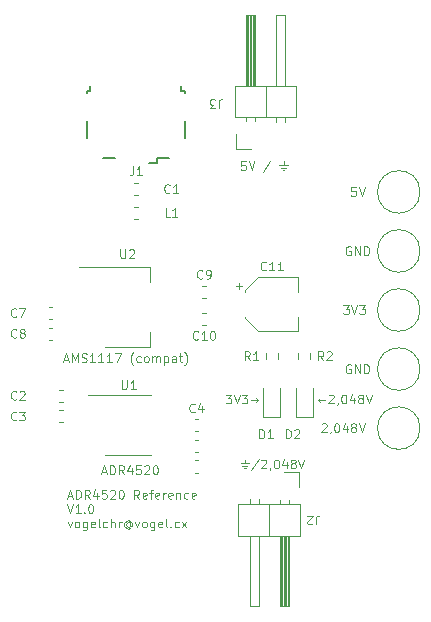
<source format=gbr>
%TF.GenerationSoftware,KiCad,Pcbnew,7.0.1*%
%TF.CreationDate,2023-05-14T20:32:12+02:00*%
%TF.ProjectId,adr4520_vref,61647234-3532-4305-9f76-7265662e6b69,rev?*%
%TF.SameCoordinates,Original*%
%TF.FileFunction,Legend,Top*%
%TF.FilePolarity,Positive*%
%FSLAX46Y46*%
G04 Gerber Fmt 4.6, Leading zero omitted, Abs format (unit mm)*
G04 Created by KiCad (PCBNEW 7.0.1) date 2023-05-14 20:32:12*
%MOMM*%
%LPD*%
G01*
G04 APERTURE LIST*
%ADD10C,0.100000*%
%ADD11C,0.120000*%
%ADD12C,0.150000*%
G04 APERTURE END LIST*
D10*
X59242857Y-85763928D02*
X59600000Y-85763928D01*
X59171428Y-85978214D02*
X59421428Y-85228214D01*
X59421428Y-85228214D02*
X59671428Y-85978214D01*
X59921428Y-85978214D02*
X59921428Y-85228214D01*
X59921428Y-85228214D02*
X60099999Y-85228214D01*
X60099999Y-85228214D02*
X60207142Y-85263928D01*
X60207142Y-85263928D02*
X60278571Y-85335357D01*
X60278571Y-85335357D02*
X60314285Y-85406785D01*
X60314285Y-85406785D02*
X60349999Y-85549642D01*
X60349999Y-85549642D02*
X60349999Y-85656785D01*
X60349999Y-85656785D02*
X60314285Y-85799642D01*
X60314285Y-85799642D02*
X60278571Y-85871071D01*
X60278571Y-85871071D02*
X60207142Y-85942500D01*
X60207142Y-85942500D02*
X60099999Y-85978214D01*
X60099999Y-85978214D02*
X59921428Y-85978214D01*
X61099999Y-85978214D02*
X60849999Y-85621071D01*
X60671428Y-85978214D02*
X60671428Y-85228214D01*
X60671428Y-85228214D02*
X60957142Y-85228214D01*
X60957142Y-85228214D02*
X61028571Y-85263928D01*
X61028571Y-85263928D02*
X61064285Y-85299642D01*
X61064285Y-85299642D02*
X61099999Y-85371071D01*
X61099999Y-85371071D02*
X61099999Y-85478214D01*
X61099999Y-85478214D02*
X61064285Y-85549642D01*
X61064285Y-85549642D02*
X61028571Y-85585357D01*
X61028571Y-85585357D02*
X60957142Y-85621071D01*
X60957142Y-85621071D02*
X60671428Y-85621071D01*
X61742857Y-85478214D02*
X61742857Y-85978214D01*
X61564285Y-85192500D02*
X61385714Y-85728214D01*
X61385714Y-85728214D02*
X61849999Y-85728214D01*
X62492857Y-85228214D02*
X62135714Y-85228214D01*
X62135714Y-85228214D02*
X62100000Y-85585357D01*
X62100000Y-85585357D02*
X62135714Y-85549642D01*
X62135714Y-85549642D02*
X62207143Y-85513928D01*
X62207143Y-85513928D02*
X62385714Y-85513928D01*
X62385714Y-85513928D02*
X62457143Y-85549642D01*
X62457143Y-85549642D02*
X62492857Y-85585357D01*
X62492857Y-85585357D02*
X62528571Y-85656785D01*
X62528571Y-85656785D02*
X62528571Y-85835357D01*
X62528571Y-85835357D02*
X62492857Y-85906785D01*
X62492857Y-85906785D02*
X62457143Y-85942500D01*
X62457143Y-85942500D02*
X62385714Y-85978214D01*
X62385714Y-85978214D02*
X62207143Y-85978214D01*
X62207143Y-85978214D02*
X62135714Y-85942500D01*
X62135714Y-85942500D02*
X62100000Y-85906785D01*
X62814286Y-85299642D02*
X62850000Y-85263928D01*
X62850000Y-85263928D02*
X62921429Y-85228214D01*
X62921429Y-85228214D02*
X63100000Y-85228214D01*
X63100000Y-85228214D02*
X63171429Y-85263928D01*
X63171429Y-85263928D02*
X63207143Y-85299642D01*
X63207143Y-85299642D02*
X63242857Y-85371071D01*
X63242857Y-85371071D02*
X63242857Y-85442500D01*
X63242857Y-85442500D02*
X63207143Y-85549642D01*
X63207143Y-85549642D02*
X62778571Y-85978214D01*
X62778571Y-85978214D02*
X63242857Y-85978214D01*
X63707143Y-85228214D02*
X63778572Y-85228214D01*
X63778572Y-85228214D02*
X63850000Y-85263928D01*
X63850000Y-85263928D02*
X63885715Y-85299642D01*
X63885715Y-85299642D02*
X63921429Y-85371071D01*
X63921429Y-85371071D02*
X63957143Y-85513928D01*
X63957143Y-85513928D02*
X63957143Y-85692500D01*
X63957143Y-85692500D02*
X63921429Y-85835357D01*
X63921429Y-85835357D02*
X63885715Y-85906785D01*
X63885715Y-85906785D02*
X63850000Y-85942500D01*
X63850000Y-85942500D02*
X63778572Y-85978214D01*
X63778572Y-85978214D02*
X63707143Y-85978214D01*
X63707143Y-85978214D02*
X63635715Y-85942500D01*
X63635715Y-85942500D02*
X63600000Y-85906785D01*
X63600000Y-85906785D02*
X63564286Y-85835357D01*
X63564286Y-85835357D02*
X63528572Y-85692500D01*
X63528572Y-85692500D02*
X63528572Y-85513928D01*
X63528572Y-85513928D02*
X63564286Y-85371071D01*
X63564286Y-85371071D02*
X63600000Y-85299642D01*
X63600000Y-85299642D02*
X63635715Y-85263928D01*
X63635715Y-85263928D02*
X63707143Y-85228214D01*
X65278572Y-85978214D02*
X65028572Y-85621071D01*
X64850001Y-85978214D02*
X64850001Y-85228214D01*
X64850001Y-85228214D02*
X65135715Y-85228214D01*
X65135715Y-85228214D02*
X65207144Y-85263928D01*
X65207144Y-85263928D02*
X65242858Y-85299642D01*
X65242858Y-85299642D02*
X65278572Y-85371071D01*
X65278572Y-85371071D02*
X65278572Y-85478214D01*
X65278572Y-85478214D02*
X65242858Y-85549642D01*
X65242858Y-85549642D02*
X65207144Y-85585357D01*
X65207144Y-85585357D02*
X65135715Y-85621071D01*
X65135715Y-85621071D02*
X64850001Y-85621071D01*
X65885715Y-85942500D02*
X65814287Y-85978214D01*
X65814287Y-85978214D02*
X65671430Y-85978214D01*
X65671430Y-85978214D02*
X65600001Y-85942500D01*
X65600001Y-85942500D02*
X65564287Y-85871071D01*
X65564287Y-85871071D02*
X65564287Y-85585357D01*
X65564287Y-85585357D02*
X65600001Y-85513928D01*
X65600001Y-85513928D02*
X65671430Y-85478214D01*
X65671430Y-85478214D02*
X65814287Y-85478214D01*
X65814287Y-85478214D02*
X65885715Y-85513928D01*
X65885715Y-85513928D02*
X65921430Y-85585357D01*
X65921430Y-85585357D02*
X65921430Y-85656785D01*
X65921430Y-85656785D02*
X65564287Y-85728214D01*
X66135715Y-85478214D02*
X66421429Y-85478214D01*
X66242858Y-85978214D02*
X66242858Y-85335357D01*
X66242858Y-85335357D02*
X66278572Y-85263928D01*
X66278572Y-85263928D02*
X66350001Y-85228214D01*
X66350001Y-85228214D02*
X66421429Y-85228214D01*
X66957143Y-85942500D02*
X66885715Y-85978214D01*
X66885715Y-85978214D02*
X66742858Y-85978214D01*
X66742858Y-85978214D02*
X66671429Y-85942500D01*
X66671429Y-85942500D02*
X66635715Y-85871071D01*
X66635715Y-85871071D02*
X66635715Y-85585357D01*
X66635715Y-85585357D02*
X66671429Y-85513928D01*
X66671429Y-85513928D02*
X66742858Y-85478214D01*
X66742858Y-85478214D02*
X66885715Y-85478214D01*
X66885715Y-85478214D02*
X66957143Y-85513928D01*
X66957143Y-85513928D02*
X66992858Y-85585357D01*
X66992858Y-85585357D02*
X66992858Y-85656785D01*
X66992858Y-85656785D02*
X66635715Y-85728214D01*
X67314286Y-85978214D02*
X67314286Y-85478214D01*
X67314286Y-85621071D02*
X67350000Y-85549642D01*
X67350000Y-85549642D02*
X67385715Y-85513928D01*
X67385715Y-85513928D02*
X67457143Y-85478214D01*
X67457143Y-85478214D02*
X67528572Y-85478214D01*
X68064286Y-85942500D02*
X67992858Y-85978214D01*
X67992858Y-85978214D02*
X67850001Y-85978214D01*
X67850001Y-85978214D02*
X67778572Y-85942500D01*
X67778572Y-85942500D02*
X67742858Y-85871071D01*
X67742858Y-85871071D02*
X67742858Y-85585357D01*
X67742858Y-85585357D02*
X67778572Y-85513928D01*
X67778572Y-85513928D02*
X67850001Y-85478214D01*
X67850001Y-85478214D02*
X67992858Y-85478214D01*
X67992858Y-85478214D02*
X68064286Y-85513928D01*
X68064286Y-85513928D02*
X68100001Y-85585357D01*
X68100001Y-85585357D02*
X68100001Y-85656785D01*
X68100001Y-85656785D02*
X67742858Y-85728214D01*
X68421429Y-85478214D02*
X68421429Y-85978214D01*
X68421429Y-85549642D02*
X68457143Y-85513928D01*
X68457143Y-85513928D02*
X68528572Y-85478214D01*
X68528572Y-85478214D02*
X68635715Y-85478214D01*
X68635715Y-85478214D02*
X68707143Y-85513928D01*
X68707143Y-85513928D02*
X68742858Y-85585357D01*
X68742858Y-85585357D02*
X68742858Y-85978214D01*
X69421429Y-85942500D02*
X69350000Y-85978214D01*
X69350000Y-85978214D02*
X69207143Y-85978214D01*
X69207143Y-85978214D02*
X69135714Y-85942500D01*
X69135714Y-85942500D02*
X69100000Y-85906785D01*
X69100000Y-85906785D02*
X69064286Y-85835357D01*
X69064286Y-85835357D02*
X69064286Y-85621071D01*
X69064286Y-85621071D02*
X69100000Y-85549642D01*
X69100000Y-85549642D02*
X69135714Y-85513928D01*
X69135714Y-85513928D02*
X69207143Y-85478214D01*
X69207143Y-85478214D02*
X69350000Y-85478214D01*
X69350000Y-85478214D02*
X69421429Y-85513928D01*
X70028571Y-85942500D02*
X69957143Y-85978214D01*
X69957143Y-85978214D02*
X69814286Y-85978214D01*
X69814286Y-85978214D02*
X69742857Y-85942500D01*
X69742857Y-85942500D02*
X69707143Y-85871071D01*
X69707143Y-85871071D02*
X69707143Y-85585357D01*
X69707143Y-85585357D02*
X69742857Y-85513928D01*
X69742857Y-85513928D02*
X69814286Y-85478214D01*
X69814286Y-85478214D02*
X69957143Y-85478214D01*
X69957143Y-85478214D02*
X70028571Y-85513928D01*
X70028571Y-85513928D02*
X70064286Y-85585357D01*
X70064286Y-85585357D02*
X70064286Y-85656785D01*
X70064286Y-85656785D02*
X69707143Y-85728214D01*
X59171428Y-86443214D02*
X59421428Y-87193214D01*
X59421428Y-87193214D02*
X59671428Y-86443214D01*
X60314285Y-87193214D02*
X59885714Y-87193214D01*
X60099999Y-87193214D02*
X60099999Y-86443214D01*
X60099999Y-86443214D02*
X60028571Y-86550357D01*
X60028571Y-86550357D02*
X59957142Y-86621785D01*
X59957142Y-86621785D02*
X59885714Y-86657500D01*
X60635714Y-87121785D02*
X60671428Y-87157500D01*
X60671428Y-87157500D02*
X60635714Y-87193214D01*
X60635714Y-87193214D02*
X60600000Y-87157500D01*
X60600000Y-87157500D02*
X60635714Y-87121785D01*
X60635714Y-87121785D02*
X60635714Y-87193214D01*
X61135714Y-86443214D02*
X61207143Y-86443214D01*
X61207143Y-86443214D02*
X61278571Y-86478928D01*
X61278571Y-86478928D02*
X61314286Y-86514642D01*
X61314286Y-86514642D02*
X61350000Y-86586071D01*
X61350000Y-86586071D02*
X61385714Y-86728928D01*
X61385714Y-86728928D02*
X61385714Y-86907500D01*
X61385714Y-86907500D02*
X61350000Y-87050357D01*
X61350000Y-87050357D02*
X61314286Y-87121785D01*
X61314286Y-87121785D02*
X61278571Y-87157500D01*
X61278571Y-87157500D02*
X61207143Y-87193214D01*
X61207143Y-87193214D02*
X61135714Y-87193214D01*
X61135714Y-87193214D02*
X61064286Y-87157500D01*
X61064286Y-87157500D02*
X61028571Y-87121785D01*
X61028571Y-87121785D02*
X60992857Y-87050357D01*
X60992857Y-87050357D02*
X60957143Y-86907500D01*
X60957143Y-86907500D02*
X60957143Y-86728928D01*
X60957143Y-86728928D02*
X60992857Y-86586071D01*
X60992857Y-86586071D02*
X61028571Y-86514642D01*
X61028571Y-86514642D02*
X61064286Y-86478928D01*
X61064286Y-86478928D02*
X61135714Y-86443214D01*
X59207142Y-87908214D02*
X59385714Y-88408214D01*
X59385714Y-88408214D02*
X59564285Y-87908214D01*
X59957143Y-88408214D02*
X59885714Y-88372500D01*
X59885714Y-88372500D02*
X59850000Y-88336785D01*
X59850000Y-88336785D02*
X59814286Y-88265357D01*
X59814286Y-88265357D02*
X59814286Y-88051071D01*
X59814286Y-88051071D02*
X59850000Y-87979642D01*
X59850000Y-87979642D02*
X59885714Y-87943928D01*
X59885714Y-87943928D02*
X59957143Y-87908214D01*
X59957143Y-87908214D02*
X60064286Y-87908214D01*
X60064286Y-87908214D02*
X60135714Y-87943928D01*
X60135714Y-87943928D02*
X60171429Y-87979642D01*
X60171429Y-87979642D02*
X60207143Y-88051071D01*
X60207143Y-88051071D02*
X60207143Y-88265357D01*
X60207143Y-88265357D02*
X60171429Y-88336785D01*
X60171429Y-88336785D02*
X60135714Y-88372500D01*
X60135714Y-88372500D02*
X60064286Y-88408214D01*
X60064286Y-88408214D02*
X59957143Y-88408214D01*
X60850000Y-87908214D02*
X60850000Y-88515357D01*
X60850000Y-88515357D02*
X60814285Y-88586785D01*
X60814285Y-88586785D02*
X60778571Y-88622500D01*
X60778571Y-88622500D02*
X60707142Y-88658214D01*
X60707142Y-88658214D02*
X60600000Y-88658214D01*
X60600000Y-88658214D02*
X60528571Y-88622500D01*
X60850000Y-88372500D02*
X60778571Y-88408214D01*
X60778571Y-88408214D02*
X60635714Y-88408214D01*
X60635714Y-88408214D02*
X60564285Y-88372500D01*
X60564285Y-88372500D02*
X60528571Y-88336785D01*
X60528571Y-88336785D02*
X60492857Y-88265357D01*
X60492857Y-88265357D02*
X60492857Y-88051071D01*
X60492857Y-88051071D02*
X60528571Y-87979642D01*
X60528571Y-87979642D02*
X60564285Y-87943928D01*
X60564285Y-87943928D02*
X60635714Y-87908214D01*
X60635714Y-87908214D02*
X60778571Y-87908214D01*
X60778571Y-87908214D02*
X60850000Y-87943928D01*
X61492856Y-88372500D02*
X61421428Y-88408214D01*
X61421428Y-88408214D02*
X61278571Y-88408214D01*
X61278571Y-88408214D02*
X61207142Y-88372500D01*
X61207142Y-88372500D02*
X61171428Y-88301071D01*
X61171428Y-88301071D02*
X61171428Y-88015357D01*
X61171428Y-88015357D02*
X61207142Y-87943928D01*
X61207142Y-87943928D02*
X61278571Y-87908214D01*
X61278571Y-87908214D02*
X61421428Y-87908214D01*
X61421428Y-87908214D02*
X61492856Y-87943928D01*
X61492856Y-87943928D02*
X61528571Y-88015357D01*
X61528571Y-88015357D02*
X61528571Y-88086785D01*
X61528571Y-88086785D02*
X61171428Y-88158214D01*
X61957142Y-88408214D02*
X61885713Y-88372500D01*
X61885713Y-88372500D02*
X61849999Y-88301071D01*
X61849999Y-88301071D02*
X61849999Y-87658214D01*
X62564285Y-88372500D02*
X62492856Y-88408214D01*
X62492856Y-88408214D02*
X62349999Y-88408214D01*
X62349999Y-88408214D02*
X62278570Y-88372500D01*
X62278570Y-88372500D02*
X62242856Y-88336785D01*
X62242856Y-88336785D02*
X62207142Y-88265357D01*
X62207142Y-88265357D02*
X62207142Y-88051071D01*
X62207142Y-88051071D02*
X62242856Y-87979642D01*
X62242856Y-87979642D02*
X62278570Y-87943928D01*
X62278570Y-87943928D02*
X62349999Y-87908214D01*
X62349999Y-87908214D02*
X62492856Y-87908214D01*
X62492856Y-87908214D02*
X62564285Y-87943928D01*
X62885713Y-88408214D02*
X62885713Y-87658214D01*
X63207142Y-88408214D02*
X63207142Y-88015357D01*
X63207142Y-88015357D02*
X63171427Y-87943928D01*
X63171427Y-87943928D02*
X63099999Y-87908214D01*
X63099999Y-87908214D02*
X62992856Y-87908214D01*
X62992856Y-87908214D02*
X62921427Y-87943928D01*
X62921427Y-87943928D02*
X62885713Y-87979642D01*
X63564284Y-88408214D02*
X63564284Y-87908214D01*
X63564284Y-88051071D02*
X63599998Y-87979642D01*
X63599998Y-87979642D02*
X63635713Y-87943928D01*
X63635713Y-87943928D02*
X63707141Y-87908214D01*
X63707141Y-87908214D02*
X63778570Y-87908214D01*
X64492856Y-88051071D02*
X64457141Y-88015357D01*
X64457141Y-88015357D02*
X64385713Y-87979642D01*
X64385713Y-87979642D02*
X64314284Y-87979642D01*
X64314284Y-87979642D02*
X64242856Y-88015357D01*
X64242856Y-88015357D02*
X64207141Y-88051071D01*
X64207141Y-88051071D02*
X64171427Y-88122500D01*
X64171427Y-88122500D02*
X64171427Y-88193928D01*
X64171427Y-88193928D02*
X64207141Y-88265357D01*
X64207141Y-88265357D02*
X64242856Y-88301071D01*
X64242856Y-88301071D02*
X64314284Y-88336785D01*
X64314284Y-88336785D02*
X64385713Y-88336785D01*
X64385713Y-88336785D02*
X64457141Y-88301071D01*
X64457141Y-88301071D02*
X64492856Y-88265357D01*
X64492856Y-87979642D02*
X64492856Y-88265357D01*
X64492856Y-88265357D02*
X64528570Y-88301071D01*
X64528570Y-88301071D02*
X64564284Y-88301071D01*
X64564284Y-88301071D02*
X64635713Y-88265357D01*
X64635713Y-88265357D02*
X64671427Y-88193928D01*
X64671427Y-88193928D02*
X64671427Y-88015357D01*
X64671427Y-88015357D02*
X64599999Y-87908214D01*
X64599999Y-87908214D02*
X64492856Y-87836785D01*
X64492856Y-87836785D02*
X64349999Y-87801071D01*
X64349999Y-87801071D02*
X64207141Y-87836785D01*
X64207141Y-87836785D02*
X64099999Y-87908214D01*
X64099999Y-87908214D02*
X64028570Y-88015357D01*
X64028570Y-88015357D02*
X63992856Y-88158214D01*
X63992856Y-88158214D02*
X64028570Y-88301071D01*
X64028570Y-88301071D02*
X64099999Y-88408214D01*
X64099999Y-88408214D02*
X64207141Y-88479642D01*
X64207141Y-88479642D02*
X64349999Y-88515357D01*
X64349999Y-88515357D02*
X64492856Y-88479642D01*
X64492856Y-88479642D02*
X64599999Y-88408214D01*
X64921427Y-87908214D02*
X65099999Y-88408214D01*
X65099999Y-88408214D02*
X65278570Y-87908214D01*
X65671428Y-88408214D02*
X65599999Y-88372500D01*
X65599999Y-88372500D02*
X65564285Y-88336785D01*
X65564285Y-88336785D02*
X65528571Y-88265357D01*
X65528571Y-88265357D02*
X65528571Y-88051071D01*
X65528571Y-88051071D02*
X65564285Y-87979642D01*
X65564285Y-87979642D02*
X65599999Y-87943928D01*
X65599999Y-87943928D02*
X65671428Y-87908214D01*
X65671428Y-87908214D02*
X65778571Y-87908214D01*
X65778571Y-87908214D02*
X65849999Y-87943928D01*
X65849999Y-87943928D02*
X65885714Y-87979642D01*
X65885714Y-87979642D02*
X65921428Y-88051071D01*
X65921428Y-88051071D02*
X65921428Y-88265357D01*
X65921428Y-88265357D02*
X65885714Y-88336785D01*
X65885714Y-88336785D02*
X65849999Y-88372500D01*
X65849999Y-88372500D02*
X65778571Y-88408214D01*
X65778571Y-88408214D02*
X65671428Y-88408214D01*
X66564285Y-87908214D02*
X66564285Y-88515357D01*
X66564285Y-88515357D02*
X66528570Y-88586785D01*
X66528570Y-88586785D02*
X66492856Y-88622500D01*
X66492856Y-88622500D02*
X66421427Y-88658214D01*
X66421427Y-88658214D02*
X66314285Y-88658214D01*
X66314285Y-88658214D02*
X66242856Y-88622500D01*
X66564285Y-88372500D02*
X66492856Y-88408214D01*
X66492856Y-88408214D02*
X66349999Y-88408214D01*
X66349999Y-88408214D02*
X66278570Y-88372500D01*
X66278570Y-88372500D02*
X66242856Y-88336785D01*
X66242856Y-88336785D02*
X66207142Y-88265357D01*
X66207142Y-88265357D02*
X66207142Y-88051071D01*
X66207142Y-88051071D02*
X66242856Y-87979642D01*
X66242856Y-87979642D02*
X66278570Y-87943928D01*
X66278570Y-87943928D02*
X66349999Y-87908214D01*
X66349999Y-87908214D02*
X66492856Y-87908214D01*
X66492856Y-87908214D02*
X66564285Y-87943928D01*
X67207141Y-88372500D02*
X67135713Y-88408214D01*
X67135713Y-88408214D02*
X66992856Y-88408214D01*
X66992856Y-88408214D02*
X66921427Y-88372500D01*
X66921427Y-88372500D02*
X66885713Y-88301071D01*
X66885713Y-88301071D02*
X66885713Y-88015357D01*
X66885713Y-88015357D02*
X66921427Y-87943928D01*
X66921427Y-87943928D02*
X66992856Y-87908214D01*
X66992856Y-87908214D02*
X67135713Y-87908214D01*
X67135713Y-87908214D02*
X67207141Y-87943928D01*
X67207141Y-87943928D02*
X67242856Y-88015357D01*
X67242856Y-88015357D02*
X67242856Y-88086785D01*
X67242856Y-88086785D02*
X66885713Y-88158214D01*
X67671427Y-88408214D02*
X67599998Y-88372500D01*
X67599998Y-88372500D02*
X67564284Y-88301071D01*
X67564284Y-88301071D02*
X67564284Y-87658214D01*
X67957141Y-88336785D02*
X67992855Y-88372500D01*
X67992855Y-88372500D02*
X67957141Y-88408214D01*
X67957141Y-88408214D02*
X67921427Y-88372500D01*
X67921427Y-88372500D02*
X67957141Y-88336785D01*
X67957141Y-88336785D02*
X67957141Y-88408214D01*
X68635713Y-88372500D02*
X68564284Y-88408214D01*
X68564284Y-88408214D02*
X68421427Y-88408214D01*
X68421427Y-88408214D02*
X68349998Y-88372500D01*
X68349998Y-88372500D02*
X68314284Y-88336785D01*
X68314284Y-88336785D02*
X68278570Y-88265357D01*
X68278570Y-88265357D02*
X68278570Y-88051071D01*
X68278570Y-88051071D02*
X68314284Y-87979642D01*
X68314284Y-87979642D02*
X68349998Y-87943928D01*
X68349998Y-87943928D02*
X68421427Y-87908214D01*
X68421427Y-87908214D02*
X68564284Y-87908214D01*
X68564284Y-87908214D02*
X68635713Y-87943928D01*
X68885712Y-88408214D02*
X69278570Y-87908214D01*
X68885712Y-87908214D02*
X69278570Y-88408214D01*
X62142857Y-83693928D02*
X62500000Y-83693928D01*
X62071428Y-83908214D02*
X62321428Y-83158214D01*
X62321428Y-83158214D02*
X62571428Y-83908214D01*
X62821428Y-83908214D02*
X62821428Y-83158214D01*
X62821428Y-83158214D02*
X62999999Y-83158214D01*
X62999999Y-83158214D02*
X63107142Y-83193928D01*
X63107142Y-83193928D02*
X63178571Y-83265357D01*
X63178571Y-83265357D02*
X63214285Y-83336785D01*
X63214285Y-83336785D02*
X63249999Y-83479642D01*
X63249999Y-83479642D02*
X63249999Y-83586785D01*
X63249999Y-83586785D02*
X63214285Y-83729642D01*
X63214285Y-83729642D02*
X63178571Y-83801071D01*
X63178571Y-83801071D02*
X63107142Y-83872500D01*
X63107142Y-83872500D02*
X62999999Y-83908214D01*
X62999999Y-83908214D02*
X62821428Y-83908214D01*
X63999999Y-83908214D02*
X63749999Y-83551071D01*
X63571428Y-83908214D02*
X63571428Y-83158214D01*
X63571428Y-83158214D02*
X63857142Y-83158214D01*
X63857142Y-83158214D02*
X63928571Y-83193928D01*
X63928571Y-83193928D02*
X63964285Y-83229642D01*
X63964285Y-83229642D02*
X63999999Y-83301071D01*
X63999999Y-83301071D02*
X63999999Y-83408214D01*
X63999999Y-83408214D02*
X63964285Y-83479642D01*
X63964285Y-83479642D02*
X63928571Y-83515357D01*
X63928571Y-83515357D02*
X63857142Y-83551071D01*
X63857142Y-83551071D02*
X63571428Y-83551071D01*
X64642857Y-83408214D02*
X64642857Y-83908214D01*
X64464285Y-83122500D02*
X64285714Y-83658214D01*
X64285714Y-83658214D02*
X64749999Y-83658214D01*
X65392857Y-83158214D02*
X65035714Y-83158214D01*
X65035714Y-83158214D02*
X65000000Y-83515357D01*
X65000000Y-83515357D02*
X65035714Y-83479642D01*
X65035714Y-83479642D02*
X65107143Y-83443928D01*
X65107143Y-83443928D02*
X65285714Y-83443928D01*
X65285714Y-83443928D02*
X65357143Y-83479642D01*
X65357143Y-83479642D02*
X65392857Y-83515357D01*
X65392857Y-83515357D02*
X65428571Y-83586785D01*
X65428571Y-83586785D02*
X65428571Y-83765357D01*
X65428571Y-83765357D02*
X65392857Y-83836785D01*
X65392857Y-83836785D02*
X65357143Y-83872500D01*
X65357143Y-83872500D02*
X65285714Y-83908214D01*
X65285714Y-83908214D02*
X65107143Y-83908214D01*
X65107143Y-83908214D02*
X65035714Y-83872500D01*
X65035714Y-83872500D02*
X65000000Y-83836785D01*
X65714286Y-83229642D02*
X65750000Y-83193928D01*
X65750000Y-83193928D02*
X65821429Y-83158214D01*
X65821429Y-83158214D02*
X66000000Y-83158214D01*
X66000000Y-83158214D02*
X66071429Y-83193928D01*
X66071429Y-83193928D02*
X66107143Y-83229642D01*
X66107143Y-83229642D02*
X66142857Y-83301071D01*
X66142857Y-83301071D02*
X66142857Y-83372500D01*
X66142857Y-83372500D02*
X66107143Y-83479642D01*
X66107143Y-83479642D02*
X65678571Y-83908214D01*
X65678571Y-83908214D02*
X66142857Y-83908214D01*
X66607143Y-83158214D02*
X66678572Y-83158214D01*
X66678572Y-83158214D02*
X66750000Y-83193928D01*
X66750000Y-83193928D02*
X66785715Y-83229642D01*
X66785715Y-83229642D02*
X66821429Y-83301071D01*
X66821429Y-83301071D02*
X66857143Y-83443928D01*
X66857143Y-83443928D02*
X66857143Y-83622500D01*
X66857143Y-83622500D02*
X66821429Y-83765357D01*
X66821429Y-83765357D02*
X66785715Y-83836785D01*
X66785715Y-83836785D02*
X66750000Y-83872500D01*
X66750000Y-83872500D02*
X66678572Y-83908214D01*
X66678572Y-83908214D02*
X66607143Y-83908214D01*
X66607143Y-83908214D02*
X66535715Y-83872500D01*
X66535715Y-83872500D02*
X66500000Y-83836785D01*
X66500000Y-83836785D02*
X66464286Y-83765357D01*
X66464286Y-83765357D02*
X66428572Y-83622500D01*
X66428572Y-83622500D02*
X66428572Y-83443928D01*
X66428572Y-83443928D02*
X66464286Y-83301071D01*
X66464286Y-83301071D02*
X66500000Y-83229642D01*
X66500000Y-83229642D02*
X66535715Y-83193928D01*
X66535715Y-83193928D02*
X66607143Y-83158214D01*
X72607142Y-77158214D02*
X73071428Y-77158214D01*
X73071428Y-77158214D02*
X72821428Y-77443928D01*
X72821428Y-77443928D02*
X72928571Y-77443928D01*
X72928571Y-77443928D02*
X73000000Y-77479642D01*
X73000000Y-77479642D02*
X73035714Y-77515357D01*
X73035714Y-77515357D02*
X73071428Y-77586785D01*
X73071428Y-77586785D02*
X73071428Y-77765357D01*
X73071428Y-77765357D02*
X73035714Y-77836785D01*
X73035714Y-77836785D02*
X73000000Y-77872500D01*
X73000000Y-77872500D02*
X72928571Y-77908214D01*
X72928571Y-77908214D02*
X72714285Y-77908214D01*
X72714285Y-77908214D02*
X72642857Y-77872500D01*
X72642857Y-77872500D02*
X72607142Y-77836785D01*
X73285714Y-77158214D02*
X73535714Y-77908214D01*
X73535714Y-77908214D02*
X73785714Y-77158214D01*
X73964285Y-77158214D02*
X74428571Y-77158214D01*
X74428571Y-77158214D02*
X74178571Y-77443928D01*
X74178571Y-77443928D02*
X74285714Y-77443928D01*
X74285714Y-77443928D02*
X74357143Y-77479642D01*
X74357143Y-77479642D02*
X74392857Y-77515357D01*
X74392857Y-77515357D02*
X74428571Y-77586785D01*
X74428571Y-77586785D02*
X74428571Y-77765357D01*
X74428571Y-77765357D02*
X74392857Y-77836785D01*
X74392857Y-77836785D02*
X74357143Y-77872500D01*
X74357143Y-77872500D02*
X74285714Y-77908214D01*
X74285714Y-77908214D02*
X74071428Y-77908214D01*
X74071428Y-77908214D02*
X74000000Y-77872500D01*
X74000000Y-77872500D02*
X73964285Y-77836785D01*
X74750000Y-77622500D02*
X75321429Y-77622500D01*
X75178571Y-77765357D02*
X75321429Y-77622500D01*
X75321429Y-77622500D02*
X75178571Y-77479642D01*
X81000000Y-77622500D02*
X80428571Y-77622500D01*
X80571428Y-77765357D02*
X80428571Y-77622500D01*
X80428571Y-77622500D02*
X80571428Y-77479642D01*
X81321428Y-77229642D02*
X81357142Y-77193928D01*
X81357142Y-77193928D02*
X81428571Y-77158214D01*
X81428571Y-77158214D02*
X81607142Y-77158214D01*
X81607142Y-77158214D02*
X81678571Y-77193928D01*
X81678571Y-77193928D02*
X81714285Y-77229642D01*
X81714285Y-77229642D02*
X81749999Y-77301071D01*
X81749999Y-77301071D02*
X81749999Y-77372500D01*
X81749999Y-77372500D02*
X81714285Y-77479642D01*
X81714285Y-77479642D02*
X81285713Y-77908214D01*
X81285713Y-77908214D02*
X81749999Y-77908214D01*
X82107142Y-77872500D02*
X82107142Y-77908214D01*
X82107142Y-77908214D02*
X82071428Y-77979642D01*
X82071428Y-77979642D02*
X82035714Y-78015357D01*
X82571428Y-77158214D02*
X82642857Y-77158214D01*
X82642857Y-77158214D02*
X82714285Y-77193928D01*
X82714285Y-77193928D02*
X82750000Y-77229642D01*
X82750000Y-77229642D02*
X82785714Y-77301071D01*
X82785714Y-77301071D02*
X82821428Y-77443928D01*
X82821428Y-77443928D02*
X82821428Y-77622500D01*
X82821428Y-77622500D02*
X82785714Y-77765357D01*
X82785714Y-77765357D02*
X82750000Y-77836785D01*
X82750000Y-77836785D02*
X82714285Y-77872500D01*
X82714285Y-77872500D02*
X82642857Y-77908214D01*
X82642857Y-77908214D02*
X82571428Y-77908214D01*
X82571428Y-77908214D02*
X82500000Y-77872500D01*
X82500000Y-77872500D02*
X82464285Y-77836785D01*
X82464285Y-77836785D02*
X82428571Y-77765357D01*
X82428571Y-77765357D02*
X82392857Y-77622500D01*
X82392857Y-77622500D02*
X82392857Y-77443928D01*
X82392857Y-77443928D02*
X82428571Y-77301071D01*
X82428571Y-77301071D02*
X82464285Y-77229642D01*
X82464285Y-77229642D02*
X82500000Y-77193928D01*
X82500000Y-77193928D02*
X82571428Y-77158214D01*
X83464286Y-77408214D02*
X83464286Y-77908214D01*
X83285714Y-77122500D02*
X83107143Y-77658214D01*
X83107143Y-77658214D02*
X83571428Y-77658214D01*
X83964286Y-77479642D02*
X83892857Y-77443928D01*
X83892857Y-77443928D02*
X83857143Y-77408214D01*
X83857143Y-77408214D02*
X83821429Y-77336785D01*
X83821429Y-77336785D02*
X83821429Y-77301071D01*
X83821429Y-77301071D02*
X83857143Y-77229642D01*
X83857143Y-77229642D02*
X83892857Y-77193928D01*
X83892857Y-77193928D02*
X83964286Y-77158214D01*
X83964286Y-77158214D02*
X84107143Y-77158214D01*
X84107143Y-77158214D02*
X84178572Y-77193928D01*
X84178572Y-77193928D02*
X84214286Y-77229642D01*
X84214286Y-77229642D02*
X84250000Y-77301071D01*
X84250000Y-77301071D02*
X84250000Y-77336785D01*
X84250000Y-77336785D02*
X84214286Y-77408214D01*
X84214286Y-77408214D02*
X84178572Y-77443928D01*
X84178572Y-77443928D02*
X84107143Y-77479642D01*
X84107143Y-77479642D02*
X83964286Y-77479642D01*
X83964286Y-77479642D02*
X83892857Y-77515357D01*
X83892857Y-77515357D02*
X83857143Y-77551071D01*
X83857143Y-77551071D02*
X83821429Y-77622500D01*
X83821429Y-77622500D02*
X83821429Y-77765357D01*
X83821429Y-77765357D02*
X83857143Y-77836785D01*
X83857143Y-77836785D02*
X83892857Y-77872500D01*
X83892857Y-77872500D02*
X83964286Y-77908214D01*
X83964286Y-77908214D02*
X84107143Y-77908214D01*
X84107143Y-77908214D02*
X84178572Y-77872500D01*
X84178572Y-77872500D02*
X84214286Y-77836785D01*
X84214286Y-77836785D02*
X84250000Y-77765357D01*
X84250000Y-77765357D02*
X84250000Y-77622500D01*
X84250000Y-77622500D02*
X84214286Y-77551071D01*
X84214286Y-77551071D02*
X84178572Y-77515357D01*
X84178572Y-77515357D02*
X84107143Y-77479642D01*
X84464286Y-77158214D02*
X84714286Y-77908214D01*
X84714286Y-77908214D02*
X84964286Y-77158214D01*
X74285714Y-57408214D02*
X73928571Y-57408214D01*
X73928571Y-57408214D02*
X73892857Y-57765357D01*
X73892857Y-57765357D02*
X73928571Y-57729642D01*
X73928571Y-57729642D02*
X74000000Y-57693928D01*
X74000000Y-57693928D02*
X74178571Y-57693928D01*
X74178571Y-57693928D02*
X74250000Y-57729642D01*
X74250000Y-57729642D02*
X74285714Y-57765357D01*
X74285714Y-57765357D02*
X74321428Y-57836785D01*
X74321428Y-57836785D02*
X74321428Y-58015357D01*
X74321428Y-58015357D02*
X74285714Y-58086785D01*
X74285714Y-58086785D02*
X74250000Y-58122500D01*
X74250000Y-58122500D02*
X74178571Y-58158214D01*
X74178571Y-58158214D02*
X74000000Y-58158214D01*
X74000000Y-58158214D02*
X73928571Y-58122500D01*
X73928571Y-58122500D02*
X73892857Y-58086785D01*
X74535714Y-57408214D02*
X74785714Y-58158214D01*
X74785714Y-58158214D02*
X75035714Y-57408214D01*
X76392857Y-57372500D02*
X75750000Y-58336785D01*
X77142857Y-57729642D02*
X77857143Y-57729642D01*
X77285715Y-57943928D02*
X77714286Y-57943928D01*
X77500000Y-57408214D02*
X77500000Y-57729642D01*
X77571429Y-58158214D02*
X77428572Y-58158214D01*
X58892857Y-74193928D02*
X59250000Y-74193928D01*
X58821428Y-74408214D02*
X59071428Y-73658214D01*
X59071428Y-73658214D02*
X59321428Y-74408214D01*
X59571428Y-74408214D02*
X59571428Y-73658214D01*
X59571428Y-73658214D02*
X59821428Y-74193928D01*
X59821428Y-74193928D02*
X60071428Y-73658214D01*
X60071428Y-73658214D02*
X60071428Y-74408214D01*
X60392857Y-74372500D02*
X60500000Y-74408214D01*
X60500000Y-74408214D02*
X60678571Y-74408214D01*
X60678571Y-74408214D02*
X60750000Y-74372500D01*
X60750000Y-74372500D02*
X60785714Y-74336785D01*
X60785714Y-74336785D02*
X60821428Y-74265357D01*
X60821428Y-74265357D02*
X60821428Y-74193928D01*
X60821428Y-74193928D02*
X60785714Y-74122500D01*
X60785714Y-74122500D02*
X60750000Y-74086785D01*
X60750000Y-74086785D02*
X60678571Y-74051071D01*
X60678571Y-74051071D02*
X60535714Y-74015357D01*
X60535714Y-74015357D02*
X60464285Y-73979642D01*
X60464285Y-73979642D02*
X60428571Y-73943928D01*
X60428571Y-73943928D02*
X60392857Y-73872500D01*
X60392857Y-73872500D02*
X60392857Y-73801071D01*
X60392857Y-73801071D02*
X60428571Y-73729642D01*
X60428571Y-73729642D02*
X60464285Y-73693928D01*
X60464285Y-73693928D02*
X60535714Y-73658214D01*
X60535714Y-73658214D02*
X60714285Y-73658214D01*
X60714285Y-73658214D02*
X60821428Y-73693928D01*
X61535714Y-74408214D02*
X61107143Y-74408214D01*
X61321428Y-74408214D02*
X61321428Y-73658214D01*
X61321428Y-73658214D02*
X61250000Y-73765357D01*
X61250000Y-73765357D02*
X61178571Y-73836785D01*
X61178571Y-73836785D02*
X61107143Y-73872500D01*
X62250000Y-74408214D02*
X61821429Y-74408214D01*
X62035714Y-74408214D02*
X62035714Y-73658214D01*
X62035714Y-73658214D02*
X61964286Y-73765357D01*
X61964286Y-73765357D02*
X61892857Y-73836785D01*
X61892857Y-73836785D02*
X61821429Y-73872500D01*
X62964286Y-74408214D02*
X62535715Y-74408214D01*
X62750000Y-74408214D02*
X62750000Y-73658214D01*
X62750000Y-73658214D02*
X62678572Y-73765357D01*
X62678572Y-73765357D02*
X62607143Y-73836785D01*
X62607143Y-73836785D02*
X62535715Y-73872500D01*
X63214286Y-73658214D02*
X63714286Y-73658214D01*
X63714286Y-73658214D02*
X63392858Y-74408214D01*
X64785716Y-74693928D02*
X64750001Y-74658214D01*
X64750001Y-74658214D02*
X64678573Y-74551071D01*
X64678573Y-74551071D02*
X64642859Y-74479642D01*
X64642859Y-74479642D02*
X64607144Y-74372500D01*
X64607144Y-74372500D02*
X64571430Y-74193928D01*
X64571430Y-74193928D02*
X64571430Y-74051071D01*
X64571430Y-74051071D02*
X64607144Y-73872500D01*
X64607144Y-73872500D02*
X64642859Y-73765357D01*
X64642859Y-73765357D02*
X64678573Y-73693928D01*
X64678573Y-73693928D02*
X64750001Y-73586785D01*
X64750001Y-73586785D02*
X64785716Y-73551071D01*
X65392859Y-74372500D02*
X65321430Y-74408214D01*
X65321430Y-74408214D02*
X65178573Y-74408214D01*
X65178573Y-74408214D02*
X65107144Y-74372500D01*
X65107144Y-74372500D02*
X65071430Y-74336785D01*
X65071430Y-74336785D02*
X65035716Y-74265357D01*
X65035716Y-74265357D02*
X65035716Y-74051071D01*
X65035716Y-74051071D02*
X65071430Y-73979642D01*
X65071430Y-73979642D02*
X65107144Y-73943928D01*
X65107144Y-73943928D02*
X65178573Y-73908214D01*
X65178573Y-73908214D02*
X65321430Y-73908214D01*
X65321430Y-73908214D02*
X65392859Y-73943928D01*
X65821430Y-74408214D02*
X65750001Y-74372500D01*
X65750001Y-74372500D02*
X65714287Y-74336785D01*
X65714287Y-74336785D02*
X65678573Y-74265357D01*
X65678573Y-74265357D02*
X65678573Y-74051071D01*
X65678573Y-74051071D02*
X65714287Y-73979642D01*
X65714287Y-73979642D02*
X65750001Y-73943928D01*
X65750001Y-73943928D02*
X65821430Y-73908214D01*
X65821430Y-73908214D02*
X65928573Y-73908214D01*
X65928573Y-73908214D02*
X66000001Y-73943928D01*
X66000001Y-73943928D02*
X66035716Y-73979642D01*
X66035716Y-73979642D02*
X66071430Y-74051071D01*
X66071430Y-74051071D02*
X66071430Y-74265357D01*
X66071430Y-74265357D02*
X66035716Y-74336785D01*
X66035716Y-74336785D02*
X66000001Y-74372500D01*
X66000001Y-74372500D02*
X65928573Y-74408214D01*
X65928573Y-74408214D02*
X65821430Y-74408214D01*
X66392858Y-74408214D02*
X66392858Y-73908214D01*
X66392858Y-73979642D02*
X66428572Y-73943928D01*
X66428572Y-73943928D02*
X66500001Y-73908214D01*
X66500001Y-73908214D02*
X66607144Y-73908214D01*
X66607144Y-73908214D02*
X66678572Y-73943928D01*
X66678572Y-73943928D02*
X66714287Y-74015357D01*
X66714287Y-74015357D02*
X66714287Y-74408214D01*
X66714287Y-74015357D02*
X66750001Y-73943928D01*
X66750001Y-73943928D02*
X66821429Y-73908214D01*
X66821429Y-73908214D02*
X66928572Y-73908214D01*
X66928572Y-73908214D02*
X67000001Y-73943928D01*
X67000001Y-73943928D02*
X67035715Y-74015357D01*
X67035715Y-74015357D02*
X67035715Y-74408214D01*
X67392858Y-73908214D02*
X67392858Y-74658214D01*
X67392858Y-73943928D02*
X67464287Y-73908214D01*
X67464287Y-73908214D02*
X67607144Y-73908214D01*
X67607144Y-73908214D02*
X67678572Y-73943928D01*
X67678572Y-73943928D02*
X67714287Y-73979642D01*
X67714287Y-73979642D02*
X67750001Y-74051071D01*
X67750001Y-74051071D02*
X67750001Y-74265357D01*
X67750001Y-74265357D02*
X67714287Y-74336785D01*
X67714287Y-74336785D02*
X67678572Y-74372500D01*
X67678572Y-74372500D02*
X67607144Y-74408214D01*
X67607144Y-74408214D02*
X67464287Y-74408214D01*
X67464287Y-74408214D02*
X67392858Y-74372500D01*
X68392858Y-74408214D02*
X68392858Y-74015357D01*
X68392858Y-74015357D02*
X68357143Y-73943928D01*
X68357143Y-73943928D02*
X68285715Y-73908214D01*
X68285715Y-73908214D02*
X68142858Y-73908214D01*
X68142858Y-73908214D02*
X68071429Y-73943928D01*
X68392858Y-74372500D02*
X68321429Y-74408214D01*
X68321429Y-74408214D02*
X68142858Y-74408214D01*
X68142858Y-74408214D02*
X68071429Y-74372500D01*
X68071429Y-74372500D02*
X68035715Y-74301071D01*
X68035715Y-74301071D02*
X68035715Y-74229642D01*
X68035715Y-74229642D02*
X68071429Y-74158214D01*
X68071429Y-74158214D02*
X68142858Y-74122500D01*
X68142858Y-74122500D02*
X68321429Y-74122500D01*
X68321429Y-74122500D02*
X68392858Y-74086785D01*
X68642857Y-73908214D02*
X68928571Y-73908214D01*
X68750000Y-73658214D02*
X68750000Y-74301071D01*
X68750000Y-74301071D02*
X68785714Y-74372500D01*
X68785714Y-74372500D02*
X68857143Y-74408214D01*
X68857143Y-74408214D02*
X68928571Y-74408214D01*
X69107142Y-74693928D02*
X69142857Y-74658214D01*
X69142857Y-74658214D02*
X69214285Y-74551071D01*
X69214285Y-74551071D02*
X69250000Y-74479642D01*
X69250000Y-74479642D02*
X69285714Y-74372500D01*
X69285714Y-74372500D02*
X69321428Y-74193928D01*
X69321428Y-74193928D02*
X69321428Y-74051071D01*
X69321428Y-74051071D02*
X69285714Y-73872500D01*
X69285714Y-73872500D02*
X69250000Y-73765357D01*
X69250000Y-73765357D02*
X69214285Y-73693928D01*
X69214285Y-73693928D02*
X69142857Y-73586785D01*
X69142857Y-73586785D02*
X69107142Y-73551071D01*
X73857142Y-82979642D02*
X74571428Y-82979642D01*
X74000000Y-83193928D02*
X74428571Y-83193928D01*
X74214285Y-82658214D02*
X74214285Y-82979642D01*
X74285714Y-83408214D02*
X74142857Y-83408214D01*
X75392856Y-82622500D02*
X74749999Y-83586785D01*
X75607142Y-82729642D02*
X75642856Y-82693928D01*
X75642856Y-82693928D02*
X75714285Y-82658214D01*
X75714285Y-82658214D02*
X75892856Y-82658214D01*
X75892856Y-82658214D02*
X75964285Y-82693928D01*
X75964285Y-82693928D02*
X75999999Y-82729642D01*
X75999999Y-82729642D02*
X76035713Y-82801071D01*
X76035713Y-82801071D02*
X76035713Y-82872500D01*
X76035713Y-82872500D02*
X75999999Y-82979642D01*
X75999999Y-82979642D02*
X75571427Y-83408214D01*
X75571427Y-83408214D02*
X76035713Y-83408214D01*
X76392856Y-83372500D02*
X76392856Y-83408214D01*
X76392856Y-83408214D02*
X76357142Y-83479642D01*
X76357142Y-83479642D02*
X76321428Y-83515357D01*
X76857142Y-82658214D02*
X76928571Y-82658214D01*
X76928571Y-82658214D02*
X76999999Y-82693928D01*
X76999999Y-82693928D02*
X77035714Y-82729642D01*
X77035714Y-82729642D02*
X77071428Y-82801071D01*
X77071428Y-82801071D02*
X77107142Y-82943928D01*
X77107142Y-82943928D02*
X77107142Y-83122500D01*
X77107142Y-83122500D02*
X77071428Y-83265357D01*
X77071428Y-83265357D02*
X77035714Y-83336785D01*
X77035714Y-83336785D02*
X76999999Y-83372500D01*
X76999999Y-83372500D02*
X76928571Y-83408214D01*
X76928571Y-83408214D02*
X76857142Y-83408214D01*
X76857142Y-83408214D02*
X76785714Y-83372500D01*
X76785714Y-83372500D02*
X76749999Y-83336785D01*
X76749999Y-83336785D02*
X76714285Y-83265357D01*
X76714285Y-83265357D02*
X76678571Y-83122500D01*
X76678571Y-83122500D02*
X76678571Y-82943928D01*
X76678571Y-82943928D02*
X76714285Y-82801071D01*
X76714285Y-82801071D02*
X76749999Y-82729642D01*
X76749999Y-82729642D02*
X76785714Y-82693928D01*
X76785714Y-82693928D02*
X76857142Y-82658214D01*
X77750000Y-82908214D02*
X77750000Y-83408214D01*
X77571428Y-82622500D02*
X77392857Y-83158214D01*
X77392857Y-83158214D02*
X77857142Y-83158214D01*
X78250000Y-82979642D02*
X78178571Y-82943928D01*
X78178571Y-82943928D02*
X78142857Y-82908214D01*
X78142857Y-82908214D02*
X78107143Y-82836785D01*
X78107143Y-82836785D02*
X78107143Y-82801071D01*
X78107143Y-82801071D02*
X78142857Y-82729642D01*
X78142857Y-82729642D02*
X78178571Y-82693928D01*
X78178571Y-82693928D02*
X78250000Y-82658214D01*
X78250000Y-82658214D02*
X78392857Y-82658214D01*
X78392857Y-82658214D02*
X78464286Y-82693928D01*
X78464286Y-82693928D02*
X78500000Y-82729642D01*
X78500000Y-82729642D02*
X78535714Y-82801071D01*
X78535714Y-82801071D02*
X78535714Y-82836785D01*
X78535714Y-82836785D02*
X78500000Y-82908214D01*
X78500000Y-82908214D02*
X78464286Y-82943928D01*
X78464286Y-82943928D02*
X78392857Y-82979642D01*
X78392857Y-82979642D02*
X78250000Y-82979642D01*
X78250000Y-82979642D02*
X78178571Y-83015357D01*
X78178571Y-83015357D02*
X78142857Y-83051071D01*
X78142857Y-83051071D02*
X78107143Y-83122500D01*
X78107143Y-83122500D02*
X78107143Y-83265357D01*
X78107143Y-83265357D02*
X78142857Y-83336785D01*
X78142857Y-83336785D02*
X78178571Y-83372500D01*
X78178571Y-83372500D02*
X78250000Y-83408214D01*
X78250000Y-83408214D02*
X78392857Y-83408214D01*
X78392857Y-83408214D02*
X78464286Y-83372500D01*
X78464286Y-83372500D02*
X78500000Y-83336785D01*
X78500000Y-83336785D02*
X78535714Y-83265357D01*
X78535714Y-83265357D02*
X78535714Y-83122500D01*
X78535714Y-83122500D02*
X78500000Y-83051071D01*
X78500000Y-83051071D02*
X78464286Y-83015357D01*
X78464286Y-83015357D02*
X78392857Y-82979642D01*
X78750000Y-82658214D02*
X79000000Y-83408214D01*
X79000000Y-83408214D02*
X79250000Y-82658214D01*
%TO.C,J2*%
X80249999Y-88153035D02*
X80249999Y-87617321D01*
X80249999Y-87617321D02*
X80285714Y-87510178D01*
X80285714Y-87510178D02*
X80357142Y-87438750D01*
X80357142Y-87438750D02*
X80464285Y-87403035D01*
X80464285Y-87403035D02*
X80535714Y-87403035D01*
X79928570Y-88081607D02*
X79892856Y-88117321D01*
X79892856Y-88117321D02*
X79821428Y-88153035D01*
X79821428Y-88153035D02*
X79642856Y-88153035D01*
X79642856Y-88153035D02*
X79571428Y-88117321D01*
X79571428Y-88117321D02*
X79535713Y-88081607D01*
X79535713Y-88081607D02*
X79499999Y-88010178D01*
X79499999Y-88010178D02*
X79499999Y-87938750D01*
X79499999Y-87938750D02*
X79535713Y-87831607D01*
X79535713Y-87831607D02*
X79964285Y-87403035D01*
X79964285Y-87403035D02*
X79499999Y-87403035D01*
%TO.C,J3*%
X71999999Y-52903035D02*
X71999999Y-52367321D01*
X71999999Y-52367321D02*
X72035714Y-52260178D01*
X72035714Y-52260178D02*
X72107142Y-52188750D01*
X72107142Y-52188750D02*
X72214285Y-52153035D01*
X72214285Y-52153035D02*
X72285714Y-52153035D01*
X71714285Y-52903035D02*
X71249999Y-52903035D01*
X71249999Y-52903035D02*
X71499999Y-52617321D01*
X71499999Y-52617321D02*
X71392856Y-52617321D01*
X71392856Y-52617321D02*
X71321428Y-52581607D01*
X71321428Y-52581607D02*
X71285713Y-52545892D01*
X71285713Y-52545892D02*
X71249999Y-52474464D01*
X71249999Y-52474464D02*
X71249999Y-52295892D01*
X71249999Y-52295892D02*
X71285713Y-52224464D01*
X71285713Y-52224464D02*
X71321428Y-52188750D01*
X71321428Y-52188750D02*
X71392856Y-52153035D01*
X71392856Y-52153035D02*
X71607142Y-52153035D01*
X71607142Y-52153035D02*
X71678570Y-52188750D01*
X71678570Y-52188750D02*
X71714285Y-52224464D01*
%TO.C,C8*%
X54874999Y-72275535D02*
X54839285Y-72311250D01*
X54839285Y-72311250D02*
X54732142Y-72346964D01*
X54732142Y-72346964D02*
X54660714Y-72346964D01*
X54660714Y-72346964D02*
X54553571Y-72311250D01*
X54553571Y-72311250D02*
X54482142Y-72239821D01*
X54482142Y-72239821D02*
X54446428Y-72168392D01*
X54446428Y-72168392D02*
X54410714Y-72025535D01*
X54410714Y-72025535D02*
X54410714Y-71918392D01*
X54410714Y-71918392D02*
X54446428Y-71775535D01*
X54446428Y-71775535D02*
X54482142Y-71704107D01*
X54482142Y-71704107D02*
X54553571Y-71632678D01*
X54553571Y-71632678D02*
X54660714Y-71596964D01*
X54660714Y-71596964D02*
X54732142Y-71596964D01*
X54732142Y-71596964D02*
X54839285Y-71632678D01*
X54839285Y-71632678D02*
X54874999Y-71668392D01*
X55303571Y-71918392D02*
X55232142Y-71882678D01*
X55232142Y-71882678D02*
X55196428Y-71846964D01*
X55196428Y-71846964D02*
X55160714Y-71775535D01*
X55160714Y-71775535D02*
X55160714Y-71739821D01*
X55160714Y-71739821D02*
X55196428Y-71668392D01*
X55196428Y-71668392D02*
X55232142Y-71632678D01*
X55232142Y-71632678D02*
X55303571Y-71596964D01*
X55303571Y-71596964D02*
X55446428Y-71596964D01*
X55446428Y-71596964D02*
X55517857Y-71632678D01*
X55517857Y-71632678D02*
X55553571Y-71668392D01*
X55553571Y-71668392D02*
X55589285Y-71739821D01*
X55589285Y-71739821D02*
X55589285Y-71775535D01*
X55589285Y-71775535D02*
X55553571Y-71846964D01*
X55553571Y-71846964D02*
X55517857Y-71882678D01*
X55517857Y-71882678D02*
X55446428Y-71918392D01*
X55446428Y-71918392D02*
X55303571Y-71918392D01*
X55303571Y-71918392D02*
X55232142Y-71954107D01*
X55232142Y-71954107D02*
X55196428Y-71989821D01*
X55196428Y-71989821D02*
X55160714Y-72061250D01*
X55160714Y-72061250D02*
X55160714Y-72204107D01*
X55160714Y-72204107D02*
X55196428Y-72275535D01*
X55196428Y-72275535D02*
X55232142Y-72311250D01*
X55232142Y-72311250D02*
X55303571Y-72346964D01*
X55303571Y-72346964D02*
X55446428Y-72346964D01*
X55446428Y-72346964D02*
X55517857Y-72311250D01*
X55517857Y-72311250D02*
X55553571Y-72275535D01*
X55553571Y-72275535D02*
X55589285Y-72204107D01*
X55589285Y-72204107D02*
X55589285Y-72061250D01*
X55589285Y-72061250D02*
X55553571Y-71989821D01*
X55553571Y-71989821D02*
X55517857Y-71954107D01*
X55517857Y-71954107D02*
X55446428Y-71918392D01*
%TO.C,C2*%
X54874999Y-77525535D02*
X54839285Y-77561250D01*
X54839285Y-77561250D02*
X54732142Y-77596964D01*
X54732142Y-77596964D02*
X54660714Y-77596964D01*
X54660714Y-77596964D02*
X54553571Y-77561250D01*
X54553571Y-77561250D02*
X54482142Y-77489821D01*
X54482142Y-77489821D02*
X54446428Y-77418392D01*
X54446428Y-77418392D02*
X54410714Y-77275535D01*
X54410714Y-77275535D02*
X54410714Y-77168392D01*
X54410714Y-77168392D02*
X54446428Y-77025535D01*
X54446428Y-77025535D02*
X54482142Y-76954107D01*
X54482142Y-76954107D02*
X54553571Y-76882678D01*
X54553571Y-76882678D02*
X54660714Y-76846964D01*
X54660714Y-76846964D02*
X54732142Y-76846964D01*
X54732142Y-76846964D02*
X54839285Y-76882678D01*
X54839285Y-76882678D02*
X54874999Y-76918392D01*
X55160714Y-76918392D02*
X55196428Y-76882678D01*
X55196428Y-76882678D02*
X55267857Y-76846964D01*
X55267857Y-76846964D02*
X55446428Y-76846964D01*
X55446428Y-76846964D02*
X55517857Y-76882678D01*
X55517857Y-76882678D02*
X55553571Y-76918392D01*
X55553571Y-76918392D02*
X55589285Y-76989821D01*
X55589285Y-76989821D02*
X55589285Y-77061250D01*
X55589285Y-77061250D02*
X55553571Y-77168392D01*
X55553571Y-77168392D02*
X55124999Y-77596964D01*
X55124999Y-77596964D02*
X55589285Y-77596964D01*
%TO.C,C10*%
X70267856Y-72455535D02*
X70232142Y-72491250D01*
X70232142Y-72491250D02*
X70124999Y-72526964D01*
X70124999Y-72526964D02*
X70053571Y-72526964D01*
X70053571Y-72526964D02*
X69946428Y-72491250D01*
X69946428Y-72491250D02*
X69874999Y-72419821D01*
X69874999Y-72419821D02*
X69839285Y-72348392D01*
X69839285Y-72348392D02*
X69803571Y-72205535D01*
X69803571Y-72205535D02*
X69803571Y-72098392D01*
X69803571Y-72098392D02*
X69839285Y-71955535D01*
X69839285Y-71955535D02*
X69874999Y-71884107D01*
X69874999Y-71884107D02*
X69946428Y-71812678D01*
X69946428Y-71812678D02*
X70053571Y-71776964D01*
X70053571Y-71776964D02*
X70124999Y-71776964D01*
X70124999Y-71776964D02*
X70232142Y-71812678D01*
X70232142Y-71812678D02*
X70267856Y-71848392D01*
X70982142Y-72526964D02*
X70553571Y-72526964D01*
X70767856Y-72526964D02*
X70767856Y-71776964D01*
X70767856Y-71776964D02*
X70696428Y-71884107D01*
X70696428Y-71884107D02*
X70624999Y-71955535D01*
X70624999Y-71955535D02*
X70553571Y-71991250D01*
X71446428Y-71776964D02*
X71517857Y-71776964D01*
X71517857Y-71776964D02*
X71589285Y-71812678D01*
X71589285Y-71812678D02*
X71625000Y-71848392D01*
X71625000Y-71848392D02*
X71660714Y-71919821D01*
X71660714Y-71919821D02*
X71696428Y-72062678D01*
X71696428Y-72062678D02*
X71696428Y-72241250D01*
X71696428Y-72241250D02*
X71660714Y-72384107D01*
X71660714Y-72384107D02*
X71625000Y-72455535D01*
X71625000Y-72455535D02*
X71589285Y-72491250D01*
X71589285Y-72491250D02*
X71517857Y-72526964D01*
X71517857Y-72526964D02*
X71446428Y-72526964D01*
X71446428Y-72526964D02*
X71375000Y-72491250D01*
X71375000Y-72491250D02*
X71339285Y-72455535D01*
X71339285Y-72455535D02*
X71303571Y-72384107D01*
X71303571Y-72384107D02*
X71267857Y-72241250D01*
X71267857Y-72241250D02*
X71267857Y-72062678D01*
X71267857Y-72062678D02*
X71303571Y-71919821D01*
X71303571Y-71919821D02*
X71339285Y-71848392D01*
X71339285Y-71848392D02*
X71375000Y-71812678D01*
X71375000Y-71812678D02*
X71446428Y-71776964D01*
%TO.C,TP3*%
X83607143Y-59596964D02*
X83250000Y-59596964D01*
X83250000Y-59596964D02*
X83214286Y-59954107D01*
X83214286Y-59954107D02*
X83250000Y-59918392D01*
X83250000Y-59918392D02*
X83321429Y-59882678D01*
X83321429Y-59882678D02*
X83500000Y-59882678D01*
X83500000Y-59882678D02*
X83571429Y-59918392D01*
X83571429Y-59918392D02*
X83607143Y-59954107D01*
X83607143Y-59954107D02*
X83642857Y-60025535D01*
X83642857Y-60025535D02*
X83642857Y-60204107D01*
X83642857Y-60204107D02*
X83607143Y-60275535D01*
X83607143Y-60275535D02*
X83571429Y-60311250D01*
X83571429Y-60311250D02*
X83500000Y-60346964D01*
X83500000Y-60346964D02*
X83321429Y-60346964D01*
X83321429Y-60346964D02*
X83250000Y-60311250D01*
X83250000Y-60311250D02*
X83214286Y-60275535D01*
X83857143Y-59596964D02*
X84107143Y-60346964D01*
X84107143Y-60346964D02*
X84357143Y-59596964D01*
%TO.C,TP5*%
X82571428Y-69596964D02*
X83035714Y-69596964D01*
X83035714Y-69596964D02*
X82785714Y-69882678D01*
X82785714Y-69882678D02*
X82892857Y-69882678D01*
X82892857Y-69882678D02*
X82964286Y-69918392D01*
X82964286Y-69918392D02*
X83000000Y-69954107D01*
X83000000Y-69954107D02*
X83035714Y-70025535D01*
X83035714Y-70025535D02*
X83035714Y-70204107D01*
X83035714Y-70204107D02*
X83000000Y-70275535D01*
X83000000Y-70275535D02*
X82964286Y-70311250D01*
X82964286Y-70311250D02*
X82892857Y-70346964D01*
X82892857Y-70346964D02*
X82678571Y-70346964D01*
X82678571Y-70346964D02*
X82607143Y-70311250D01*
X82607143Y-70311250D02*
X82571428Y-70275535D01*
X83250000Y-69596964D02*
X83500000Y-70346964D01*
X83500000Y-70346964D02*
X83750000Y-69596964D01*
X83928571Y-69596964D02*
X84392857Y-69596964D01*
X84392857Y-69596964D02*
X84142857Y-69882678D01*
X84142857Y-69882678D02*
X84250000Y-69882678D01*
X84250000Y-69882678D02*
X84321429Y-69918392D01*
X84321429Y-69918392D02*
X84357143Y-69954107D01*
X84357143Y-69954107D02*
X84392857Y-70025535D01*
X84392857Y-70025535D02*
X84392857Y-70204107D01*
X84392857Y-70204107D02*
X84357143Y-70275535D01*
X84357143Y-70275535D02*
X84321429Y-70311250D01*
X84321429Y-70311250D02*
X84250000Y-70346964D01*
X84250000Y-70346964D02*
X84035714Y-70346964D01*
X84035714Y-70346964D02*
X83964286Y-70311250D01*
X83964286Y-70311250D02*
X83928571Y-70275535D01*
%TO.C,C9*%
X70624999Y-67275535D02*
X70589285Y-67311250D01*
X70589285Y-67311250D02*
X70482142Y-67346964D01*
X70482142Y-67346964D02*
X70410714Y-67346964D01*
X70410714Y-67346964D02*
X70303571Y-67311250D01*
X70303571Y-67311250D02*
X70232142Y-67239821D01*
X70232142Y-67239821D02*
X70196428Y-67168392D01*
X70196428Y-67168392D02*
X70160714Y-67025535D01*
X70160714Y-67025535D02*
X70160714Y-66918392D01*
X70160714Y-66918392D02*
X70196428Y-66775535D01*
X70196428Y-66775535D02*
X70232142Y-66704107D01*
X70232142Y-66704107D02*
X70303571Y-66632678D01*
X70303571Y-66632678D02*
X70410714Y-66596964D01*
X70410714Y-66596964D02*
X70482142Y-66596964D01*
X70482142Y-66596964D02*
X70589285Y-66632678D01*
X70589285Y-66632678D02*
X70624999Y-66668392D01*
X70982142Y-67346964D02*
X71124999Y-67346964D01*
X71124999Y-67346964D02*
X71196428Y-67311250D01*
X71196428Y-67311250D02*
X71232142Y-67275535D01*
X71232142Y-67275535D02*
X71303571Y-67168392D01*
X71303571Y-67168392D02*
X71339285Y-67025535D01*
X71339285Y-67025535D02*
X71339285Y-66739821D01*
X71339285Y-66739821D02*
X71303571Y-66668392D01*
X71303571Y-66668392D02*
X71267857Y-66632678D01*
X71267857Y-66632678D02*
X71196428Y-66596964D01*
X71196428Y-66596964D02*
X71053571Y-66596964D01*
X71053571Y-66596964D02*
X70982142Y-66632678D01*
X70982142Y-66632678D02*
X70946428Y-66668392D01*
X70946428Y-66668392D02*
X70910714Y-66739821D01*
X70910714Y-66739821D02*
X70910714Y-66918392D01*
X70910714Y-66918392D02*
X70946428Y-66989821D01*
X70946428Y-66989821D02*
X70982142Y-67025535D01*
X70982142Y-67025535D02*
X71053571Y-67061250D01*
X71053571Y-67061250D02*
X71196428Y-67061250D01*
X71196428Y-67061250D02*
X71267857Y-67025535D01*
X71267857Y-67025535D02*
X71303571Y-66989821D01*
X71303571Y-66989821D02*
X71339285Y-66918392D01*
%TO.C,L1*%
X67875000Y-62096964D02*
X67517857Y-62096964D01*
X67517857Y-62096964D02*
X67517857Y-61346964D01*
X68517857Y-62096964D02*
X68089286Y-62096964D01*
X68303571Y-62096964D02*
X68303571Y-61346964D01*
X68303571Y-61346964D02*
X68232143Y-61454107D01*
X68232143Y-61454107D02*
X68160714Y-61525535D01*
X68160714Y-61525535D02*
X68089286Y-61561250D01*
%TO.C,R1*%
X74624999Y-74259464D02*
X74374999Y-73902321D01*
X74196428Y-74259464D02*
X74196428Y-73509464D01*
X74196428Y-73509464D02*
X74482142Y-73509464D01*
X74482142Y-73509464D02*
X74553571Y-73545178D01*
X74553571Y-73545178D02*
X74589285Y-73580892D01*
X74589285Y-73580892D02*
X74624999Y-73652321D01*
X74624999Y-73652321D02*
X74624999Y-73759464D01*
X74624999Y-73759464D02*
X74589285Y-73830892D01*
X74589285Y-73830892D02*
X74553571Y-73866607D01*
X74553571Y-73866607D02*
X74482142Y-73902321D01*
X74482142Y-73902321D02*
X74196428Y-73902321D01*
X75339285Y-74259464D02*
X74910714Y-74259464D01*
X75124999Y-74259464D02*
X75124999Y-73509464D01*
X75124999Y-73509464D02*
X75053571Y-73616607D01*
X75053571Y-73616607D02*
X74982142Y-73688035D01*
X74982142Y-73688035D02*
X74910714Y-73723750D01*
%TO.C,C3*%
X54874999Y-79275535D02*
X54839285Y-79311250D01*
X54839285Y-79311250D02*
X54732142Y-79346964D01*
X54732142Y-79346964D02*
X54660714Y-79346964D01*
X54660714Y-79346964D02*
X54553571Y-79311250D01*
X54553571Y-79311250D02*
X54482142Y-79239821D01*
X54482142Y-79239821D02*
X54446428Y-79168392D01*
X54446428Y-79168392D02*
X54410714Y-79025535D01*
X54410714Y-79025535D02*
X54410714Y-78918392D01*
X54410714Y-78918392D02*
X54446428Y-78775535D01*
X54446428Y-78775535D02*
X54482142Y-78704107D01*
X54482142Y-78704107D02*
X54553571Y-78632678D01*
X54553571Y-78632678D02*
X54660714Y-78596964D01*
X54660714Y-78596964D02*
X54732142Y-78596964D01*
X54732142Y-78596964D02*
X54839285Y-78632678D01*
X54839285Y-78632678D02*
X54874999Y-78668392D01*
X55124999Y-78596964D02*
X55589285Y-78596964D01*
X55589285Y-78596964D02*
X55339285Y-78882678D01*
X55339285Y-78882678D02*
X55446428Y-78882678D01*
X55446428Y-78882678D02*
X55517857Y-78918392D01*
X55517857Y-78918392D02*
X55553571Y-78954107D01*
X55553571Y-78954107D02*
X55589285Y-79025535D01*
X55589285Y-79025535D02*
X55589285Y-79204107D01*
X55589285Y-79204107D02*
X55553571Y-79275535D01*
X55553571Y-79275535D02*
X55517857Y-79311250D01*
X55517857Y-79311250D02*
X55446428Y-79346964D01*
X55446428Y-79346964D02*
X55232142Y-79346964D01*
X55232142Y-79346964D02*
X55160714Y-79311250D01*
X55160714Y-79311250D02*
X55124999Y-79275535D01*
%TO.C,U1*%
X63791071Y-75946964D02*
X63791071Y-76554107D01*
X63791071Y-76554107D02*
X63826785Y-76625535D01*
X63826785Y-76625535D02*
X63862500Y-76661250D01*
X63862500Y-76661250D02*
X63933928Y-76696964D01*
X63933928Y-76696964D02*
X64076785Y-76696964D01*
X64076785Y-76696964D02*
X64148214Y-76661250D01*
X64148214Y-76661250D02*
X64183928Y-76625535D01*
X64183928Y-76625535D02*
X64219642Y-76554107D01*
X64219642Y-76554107D02*
X64219642Y-75946964D01*
X64969642Y-76696964D02*
X64541071Y-76696964D01*
X64755356Y-76696964D02*
X64755356Y-75946964D01*
X64755356Y-75946964D02*
X64683928Y-76054107D01*
X64683928Y-76054107D02*
X64612499Y-76125535D01*
X64612499Y-76125535D02*
X64541071Y-76161250D01*
%TO.C,C11*%
X76017856Y-66575535D02*
X75982142Y-66611250D01*
X75982142Y-66611250D02*
X75874999Y-66646964D01*
X75874999Y-66646964D02*
X75803571Y-66646964D01*
X75803571Y-66646964D02*
X75696428Y-66611250D01*
X75696428Y-66611250D02*
X75624999Y-66539821D01*
X75624999Y-66539821D02*
X75589285Y-66468392D01*
X75589285Y-66468392D02*
X75553571Y-66325535D01*
X75553571Y-66325535D02*
X75553571Y-66218392D01*
X75553571Y-66218392D02*
X75589285Y-66075535D01*
X75589285Y-66075535D02*
X75624999Y-66004107D01*
X75624999Y-66004107D02*
X75696428Y-65932678D01*
X75696428Y-65932678D02*
X75803571Y-65896964D01*
X75803571Y-65896964D02*
X75874999Y-65896964D01*
X75874999Y-65896964D02*
X75982142Y-65932678D01*
X75982142Y-65932678D02*
X76017856Y-65968392D01*
X76732142Y-66646964D02*
X76303571Y-66646964D01*
X76517856Y-66646964D02*
X76517856Y-65896964D01*
X76517856Y-65896964D02*
X76446428Y-66004107D01*
X76446428Y-66004107D02*
X76374999Y-66075535D01*
X76374999Y-66075535D02*
X76303571Y-66111250D01*
X77446428Y-66646964D02*
X77017857Y-66646964D01*
X77232142Y-66646964D02*
X77232142Y-65896964D01*
X77232142Y-65896964D02*
X77160714Y-66004107D01*
X77160714Y-66004107D02*
X77089285Y-66075535D01*
X77089285Y-66075535D02*
X77017857Y-66111250D01*
%TO.C,J1*%
X64750000Y-57846964D02*
X64750000Y-58382678D01*
X64750000Y-58382678D02*
X64714285Y-58489821D01*
X64714285Y-58489821D02*
X64642857Y-58561250D01*
X64642857Y-58561250D02*
X64535714Y-58596964D01*
X64535714Y-58596964D02*
X64464285Y-58596964D01*
X65500000Y-58596964D02*
X65071429Y-58596964D01*
X65285714Y-58596964D02*
X65285714Y-57846964D01*
X65285714Y-57846964D02*
X65214286Y-57954107D01*
X65214286Y-57954107D02*
X65142857Y-58025535D01*
X65142857Y-58025535D02*
X65071429Y-58061250D01*
%TO.C,TP2*%
X83178571Y-74632678D02*
X83107143Y-74596964D01*
X83107143Y-74596964D02*
X83000000Y-74596964D01*
X83000000Y-74596964D02*
X82892857Y-74632678D01*
X82892857Y-74632678D02*
X82821428Y-74704107D01*
X82821428Y-74704107D02*
X82785714Y-74775535D01*
X82785714Y-74775535D02*
X82750000Y-74918392D01*
X82750000Y-74918392D02*
X82750000Y-75025535D01*
X82750000Y-75025535D02*
X82785714Y-75168392D01*
X82785714Y-75168392D02*
X82821428Y-75239821D01*
X82821428Y-75239821D02*
X82892857Y-75311250D01*
X82892857Y-75311250D02*
X83000000Y-75346964D01*
X83000000Y-75346964D02*
X83071428Y-75346964D01*
X83071428Y-75346964D02*
X83178571Y-75311250D01*
X83178571Y-75311250D02*
X83214285Y-75275535D01*
X83214285Y-75275535D02*
X83214285Y-75025535D01*
X83214285Y-75025535D02*
X83071428Y-75025535D01*
X83535714Y-75346964D02*
X83535714Y-74596964D01*
X83535714Y-74596964D02*
X83964285Y-75346964D01*
X83964285Y-75346964D02*
X83964285Y-74596964D01*
X84321428Y-75346964D02*
X84321428Y-74596964D01*
X84321428Y-74596964D02*
X84499999Y-74596964D01*
X84499999Y-74596964D02*
X84607142Y-74632678D01*
X84607142Y-74632678D02*
X84678571Y-74704107D01*
X84678571Y-74704107D02*
X84714285Y-74775535D01*
X84714285Y-74775535D02*
X84749999Y-74918392D01*
X84749999Y-74918392D02*
X84749999Y-75025535D01*
X84749999Y-75025535D02*
X84714285Y-75168392D01*
X84714285Y-75168392D02*
X84678571Y-75239821D01*
X84678571Y-75239821D02*
X84607142Y-75311250D01*
X84607142Y-75311250D02*
X84499999Y-75346964D01*
X84499999Y-75346964D02*
X84321428Y-75346964D01*
%TO.C,TP1*%
X80714285Y-79668392D02*
X80749999Y-79632678D01*
X80749999Y-79632678D02*
X80821428Y-79596964D01*
X80821428Y-79596964D02*
X80999999Y-79596964D01*
X80999999Y-79596964D02*
X81071428Y-79632678D01*
X81071428Y-79632678D02*
X81107142Y-79668392D01*
X81107142Y-79668392D02*
X81142856Y-79739821D01*
X81142856Y-79739821D02*
X81142856Y-79811250D01*
X81142856Y-79811250D02*
X81107142Y-79918392D01*
X81107142Y-79918392D02*
X80678570Y-80346964D01*
X80678570Y-80346964D02*
X81142856Y-80346964D01*
X81499999Y-80311250D02*
X81499999Y-80346964D01*
X81499999Y-80346964D02*
X81464285Y-80418392D01*
X81464285Y-80418392D02*
X81428571Y-80454107D01*
X81964285Y-79596964D02*
X82035714Y-79596964D01*
X82035714Y-79596964D02*
X82107142Y-79632678D01*
X82107142Y-79632678D02*
X82142857Y-79668392D01*
X82142857Y-79668392D02*
X82178571Y-79739821D01*
X82178571Y-79739821D02*
X82214285Y-79882678D01*
X82214285Y-79882678D02*
X82214285Y-80061250D01*
X82214285Y-80061250D02*
X82178571Y-80204107D01*
X82178571Y-80204107D02*
X82142857Y-80275535D01*
X82142857Y-80275535D02*
X82107142Y-80311250D01*
X82107142Y-80311250D02*
X82035714Y-80346964D01*
X82035714Y-80346964D02*
X81964285Y-80346964D01*
X81964285Y-80346964D02*
X81892857Y-80311250D01*
X81892857Y-80311250D02*
X81857142Y-80275535D01*
X81857142Y-80275535D02*
X81821428Y-80204107D01*
X81821428Y-80204107D02*
X81785714Y-80061250D01*
X81785714Y-80061250D02*
X81785714Y-79882678D01*
X81785714Y-79882678D02*
X81821428Y-79739821D01*
X81821428Y-79739821D02*
X81857142Y-79668392D01*
X81857142Y-79668392D02*
X81892857Y-79632678D01*
X81892857Y-79632678D02*
X81964285Y-79596964D01*
X82857143Y-79846964D02*
X82857143Y-80346964D01*
X82678571Y-79561250D02*
X82500000Y-80096964D01*
X82500000Y-80096964D02*
X82964285Y-80096964D01*
X83357143Y-79918392D02*
X83285714Y-79882678D01*
X83285714Y-79882678D02*
X83250000Y-79846964D01*
X83250000Y-79846964D02*
X83214286Y-79775535D01*
X83214286Y-79775535D02*
X83214286Y-79739821D01*
X83214286Y-79739821D02*
X83250000Y-79668392D01*
X83250000Y-79668392D02*
X83285714Y-79632678D01*
X83285714Y-79632678D02*
X83357143Y-79596964D01*
X83357143Y-79596964D02*
X83500000Y-79596964D01*
X83500000Y-79596964D02*
X83571429Y-79632678D01*
X83571429Y-79632678D02*
X83607143Y-79668392D01*
X83607143Y-79668392D02*
X83642857Y-79739821D01*
X83642857Y-79739821D02*
X83642857Y-79775535D01*
X83642857Y-79775535D02*
X83607143Y-79846964D01*
X83607143Y-79846964D02*
X83571429Y-79882678D01*
X83571429Y-79882678D02*
X83500000Y-79918392D01*
X83500000Y-79918392D02*
X83357143Y-79918392D01*
X83357143Y-79918392D02*
X83285714Y-79954107D01*
X83285714Y-79954107D02*
X83250000Y-79989821D01*
X83250000Y-79989821D02*
X83214286Y-80061250D01*
X83214286Y-80061250D02*
X83214286Y-80204107D01*
X83214286Y-80204107D02*
X83250000Y-80275535D01*
X83250000Y-80275535D02*
X83285714Y-80311250D01*
X83285714Y-80311250D02*
X83357143Y-80346964D01*
X83357143Y-80346964D02*
X83500000Y-80346964D01*
X83500000Y-80346964D02*
X83571429Y-80311250D01*
X83571429Y-80311250D02*
X83607143Y-80275535D01*
X83607143Y-80275535D02*
X83642857Y-80204107D01*
X83642857Y-80204107D02*
X83642857Y-80061250D01*
X83642857Y-80061250D02*
X83607143Y-79989821D01*
X83607143Y-79989821D02*
X83571429Y-79954107D01*
X83571429Y-79954107D02*
X83500000Y-79918392D01*
X83857143Y-79596964D02*
X84107143Y-80346964D01*
X84107143Y-80346964D02*
X84357143Y-79596964D01*
%TO.C,TP4*%
X83178571Y-64632678D02*
X83107143Y-64596964D01*
X83107143Y-64596964D02*
X83000000Y-64596964D01*
X83000000Y-64596964D02*
X82892857Y-64632678D01*
X82892857Y-64632678D02*
X82821428Y-64704107D01*
X82821428Y-64704107D02*
X82785714Y-64775535D01*
X82785714Y-64775535D02*
X82750000Y-64918392D01*
X82750000Y-64918392D02*
X82750000Y-65025535D01*
X82750000Y-65025535D02*
X82785714Y-65168392D01*
X82785714Y-65168392D02*
X82821428Y-65239821D01*
X82821428Y-65239821D02*
X82892857Y-65311250D01*
X82892857Y-65311250D02*
X83000000Y-65346964D01*
X83000000Y-65346964D02*
X83071428Y-65346964D01*
X83071428Y-65346964D02*
X83178571Y-65311250D01*
X83178571Y-65311250D02*
X83214285Y-65275535D01*
X83214285Y-65275535D02*
X83214285Y-65025535D01*
X83214285Y-65025535D02*
X83071428Y-65025535D01*
X83535714Y-65346964D02*
X83535714Y-64596964D01*
X83535714Y-64596964D02*
X83964285Y-65346964D01*
X83964285Y-65346964D02*
X83964285Y-64596964D01*
X84321428Y-65346964D02*
X84321428Y-64596964D01*
X84321428Y-64596964D02*
X84499999Y-64596964D01*
X84499999Y-64596964D02*
X84607142Y-64632678D01*
X84607142Y-64632678D02*
X84678571Y-64704107D01*
X84678571Y-64704107D02*
X84714285Y-64775535D01*
X84714285Y-64775535D02*
X84749999Y-64918392D01*
X84749999Y-64918392D02*
X84749999Y-65025535D01*
X84749999Y-65025535D02*
X84714285Y-65168392D01*
X84714285Y-65168392D02*
X84678571Y-65239821D01*
X84678571Y-65239821D02*
X84607142Y-65311250D01*
X84607142Y-65311250D02*
X84499999Y-65346964D01*
X84499999Y-65346964D02*
X84321428Y-65346964D01*
%TO.C,C4*%
X69987499Y-78595535D02*
X69951785Y-78631250D01*
X69951785Y-78631250D02*
X69844642Y-78666964D01*
X69844642Y-78666964D02*
X69773214Y-78666964D01*
X69773214Y-78666964D02*
X69666071Y-78631250D01*
X69666071Y-78631250D02*
X69594642Y-78559821D01*
X69594642Y-78559821D02*
X69558928Y-78488392D01*
X69558928Y-78488392D02*
X69523214Y-78345535D01*
X69523214Y-78345535D02*
X69523214Y-78238392D01*
X69523214Y-78238392D02*
X69558928Y-78095535D01*
X69558928Y-78095535D02*
X69594642Y-78024107D01*
X69594642Y-78024107D02*
X69666071Y-77952678D01*
X69666071Y-77952678D02*
X69773214Y-77916964D01*
X69773214Y-77916964D02*
X69844642Y-77916964D01*
X69844642Y-77916964D02*
X69951785Y-77952678D01*
X69951785Y-77952678D02*
X69987499Y-77988392D01*
X70630357Y-78166964D02*
X70630357Y-78666964D01*
X70451785Y-77881250D02*
X70273214Y-78416964D01*
X70273214Y-78416964D02*
X70737499Y-78416964D01*
%TO.C,D1*%
X75446428Y-80846964D02*
X75446428Y-80096964D01*
X75446428Y-80096964D02*
X75624999Y-80096964D01*
X75624999Y-80096964D02*
X75732142Y-80132678D01*
X75732142Y-80132678D02*
X75803571Y-80204107D01*
X75803571Y-80204107D02*
X75839285Y-80275535D01*
X75839285Y-80275535D02*
X75874999Y-80418392D01*
X75874999Y-80418392D02*
X75874999Y-80525535D01*
X75874999Y-80525535D02*
X75839285Y-80668392D01*
X75839285Y-80668392D02*
X75803571Y-80739821D01*
X75803571Y-80739821D02*
X75732142Y-80811250D01*
X75732142Y-80811250D02*
X75624999Y-80846964D01*
X75624999Y-80846964D02*
X75446428Y-80846964D01*
X76589285Y-80846964D02*
X76160714Y-80846964D01*
X76374999Y-80846964D02*
X76374999Y-80096964D01*
X76374999Y-80096964D02*
X76303571Y-80204107D01*
X76303571Y-80204107D02*
X76232142Y-80275535D01*
X76232142Y-80275535D02*
X76160714Y-80311250D01*
%TO.C,C7*%
X54874999Y-70525535D02*
X54839285Y-70561250D01*
X54839285Y-70561250D02*
X54732142Y-70596964D01*
X54732142Y-70596964D02*
X54660714Y-70596964D01*
X54660714Y-70596964D02*
X54553571Y-70561250D01*
X54553571Y-70561250D02*
X54482142Y-70489821D01*
X54482142Y-70489821D02*
X54446428Y-70418392D01*
X54446428Y-70418392D02*
X54410714Y-70275535D01*
X54410714Y-70275535D02*
X54410714Y-70168392D01*
X54410714Y-70168392D02*
X54446428Y-70025535D01*
X54446428Y-70025535D02*
X54482142Y-69954107D01*
X54482142Y-69954107D02*
X54553571Y-69882678D01*
X54553571Y-69882678D02*
X54660714Y-69846964D01*
X54660714Y-69846964D02*
X54732142Y-69846964D01*
X54732142Y-69846964D02*
X54839285Y-69882678D01*
X54839285Y-69882678D02*
X54874999Y-69918392D01*
X55124999Y-69846964D02*
X55624999Y-69846964D01*
X55624999Y-69846964D02*
X55303571Y-70596964D01*
%TO.C,U2*%
X63678571Y-64846964D02*
X63678571Y-65454107D01*
X63678571Y-65454107D02*
X63714285Y-65525535D01*
X63714285Y-65525535D02*
X63750000Y-65561250D01*
X63750000Y-65561250D02*
X63821428Y-65596964D01*
X63821428Y-65596964D02*
X63964285Y-65596964D01*
X63964285Y-65596964D02*
X64035714Y-65561250D01*
X64035714Y-65561250D02*
X64071428Y-65525535D01*
X64071428Y-65525535D02*
X64107142Y-65454107D01*
X64107142Y-65454107D02*
X64107142Y-64846964D01*
X64428571Y-64918392D02*
X64464285Y-64882678D01*
X64464285Y-64882678D02*
X64535714Y-64846964D01*
X64535714Y-64846964D02*
X64714285Y-64846964D01*
X64714285Y-64846964D02*
X64785714Y-64882678D01*
X64785714Y-64882678D02*
X64821428Y-64918392D01*
X64821428Y-64918392D02*
X64857142Y-64989821D01*
X64857142Y-64989821D02*
X64857142Y-65061250D01*
X64857142Y-65061250D02*
X64821428Y-65168392D01*
X64821428Y-65168392D02*
X64392856Y-65596964D01*
X64392856Y-65596964D02*
X64857142Y-65596964D01*
%TO.C,D2*%
X77696428Y-80846964D02*
X77696428Y-80096964D01*
X77696428Y-80096964D02*
X77874999Y-80096964D01*
X77874999Y-80096964D02*
X77982142Y-80132678D01*
X77982142Y-80132678D02*
X78053571Y-80204107D01*
X78053571Y-80204107D02*
X78089285Y-80275535D01*
X78089285Y-80275535D02*
X78124999Y-80418392D01*
X78124999Y-80418392D02*
X78124999Y-80525535D01*
X78124999Y-80525535D02*
X78089285Y-80668392D01*
X78089285Y-80668392D02*
X78053571Y-80739821D01*
X78053571Y-80739821D02*
X77982142Y-80811250D01*
X77982142Y-80811250D02*
X77874999Y-80846964D01*
X77874999Y-80846964D02*
X77696428Y-80846964D01*
X78410714Y-80168392D02*
X78446428Y-80132678D01*
X78446428Y-80132678D02*
X78517857Y-80096964D01*
X78517857Y-80096964D02*
X78696428Y-80096964D01*
X78696428Y-80096964D02*
X78767857Y-80132678D01*
X78767857Y-80132678D02*
X78803571Y-80168392D01*
X78803571Y-80168392D02*
X78839285Y-80239821D01*
X78839285Y-80239821D02*
X78839285Y-80311250D01*
X78839285Y-80311250D02*
X78803571Y-80418392D01*
X78803571Y-80418392D02*
X78374999Y-80846964D01*
X78374999Y-80846964D02*
X78839285Y-80846964D01*
%TO.C,C1*%
X67874999Y-60025535D02*
X67839285Y-60061250D01*
X67839285Y-60061250D02*
X67732142Y-60096964D01*
X67732142Y-60096964D02*
X67660714Y-60096964D01*
X67660714Y-60096964D02*
X67553571Y-60061250D01*
X67553571Y-60061250D02*
X67482142Y-59989821D01*
X67482142Y-59989821D02*
X67446428Y-59918392D01*
X67446428Y-59918392D02*
X67410714Y-59775535D01*
X67410714Y-59775535D02*
X67410714Y-59668392D01*
X67410714Y-59668392D02*
X67446428Y-59525535D01*
X67446428Y-59525535D02*
X67482142Y-59454107D01*
X67482142Y-59454107D02*
X67553571Y-59382678D01*
X67553571Y-59382678D02*
X67660714Y-59346964D01*
X67660714Y-59346964D02*
X67732142Y-59346964D01*
X67732142Y-59346964D02*
X67839285Y-59382678D01*
X67839285Y-59382678D02*
X67874999Y-59418392D01*
X68589285Y-60096964D02*
X68160714Y-60096964D01*
X68374999Y-60096964D02*
X68374999Y-59346964D01*
X68374999Y-59346964D02*
X68303571Y-59454107D01*
X68303571Y-59454107D02*
X68232142Y-59525535D01*
X68232142Y-59525535D02*
X68160714Y-59561250D01*
%TO.C,R2*%
X80874999Y-74259464D02*
X80624999Y-73902321D01*
X80446428Y-74259464D02*
X80446428Y-73509464D01*
X80446428Y-73509464D02*
X80732142Y-73509464D01*
X80732142Y-73509464D02*
X80803571Y-73545178D01*
X80803571Y-73545178D02*
X80839285Y-73580892D01*
X80839285Y-73580892D02*
X80874999Y-73652321D01*
X80874999Y-73652321D02*
X80874999Y-73759464D01*
X80874999Y-73759464D02*
X80839285Y-73830892D01*
X80839285Y-73830892D02*
X80803571Y-73866607D01*
X80803571Y-73866607D02*
X80732142Y-73902321D01*
X80732142Y-73902321D02*
X80446428Y-73902321D01*
X81160714Y-73580892D02*
X81196428Y-73545178D01*
X81196428Y-73545178D02*
X81267857Y-73509464D01*
X81267857Y-73509464D02*
X81446428Y-73509464D01*
X81446428Y-73509464D02*
X81517857Y-73545178D01*
X81517857Y-73545178D02*
X81553571Y-73580892D01*
X81553571Y-73580892D02*
X81589285Y-73652321D01*
X81589285Y-73652321D02*
X81589285Y-73723750D01*
X81589285Y-73723750D02*
X81553571Y-73830892D01*
X81553571Y-73830892D02*
X81124999Y-74259464D01*
X81124999Y-74259464D02*
X81589285Y-74259464D01*
D11*
%TO.C,J2*%
X78810000Y-83730000D02*
X78810000Y-85000000D01*
X77540000Y-83730000D02*
X78810000Y-83730000D01*
X75380000Y-86042929D02*
X75380000Y-86440000D01*
X74620000Y-86042929D02*
X74620000Y-86440000D01*
X77920000Y-86110000D02*
X77920000Y-86440000D01*
X77160000Y-86110000D02*
X77160000Y-86440000D01*
X78870000Y-86440000D02*
X73670000Y-86440000D01*
X76270000Y-86440000D02*
X76270000Y-89100000D01*
X73670000Y-86440000D02*
X73670000Y-89100000D01*
X78870000Y-89100000D02*
X78870000Y-86440000D01*
X77920000Y-89100000D02*
X77920000Y-95100000D01*
X77860000Y-89100000D02*
X77860000Y-95100000D01*
X77740000Y-89100000D02*
X77740000Y-95100000D01*
X77620000Y-89100000D02*
X77620000Y-95100000D01*
X77500000Y-89100000D02*
X77500000Y-95100000D01*
X77380000Y-89100000D02*
X77380000Y-95100000D01*
X77260000Y-89100000D02*
X77260000Y-95100000D01*
X75380000Y-89100000D02*
X75380000Y-95100000D01*
X73670000Y-89100000D02*
X78870000Y-89100000D01*
X77920000Y-95100000D02*
X77160000Y-95100000D01*
X77160000Y-95100000D02*
X77160000Y-89100000D01*
X75380000Y-95100000D02*
X74620000Y-95100000D01*
X74620000Y-95100000D02*
X74620000Y-89100000D01*
%TO.C,J3*%
X73455000Y-56395000D02*
X73455000Y-55125000D01*
X74725000Y-56395000D02*
X73455000Y-56395000D01*
X76885000Y-54082071D02*
X76885000Y-53685000D01*
X77645000Y-54082071D02*
X77645000Y-53685000D01*
X74345000Y-54015000D02*
X74345000Y-53685000D01*
X75105000Y-54015000D02*
X75105000Y-53685000D01*
X73395000Y-53685000D02*
X78595000Y-53685000D01*
X75995000Y-53685000D02*
X75995000Y-51025000D01*
X78595000Y-53685000D02*
X78595000Y-51025000D01*
X73395000Y-51025000D02*
X73395000Y-53685000D01*
X74345000Y-51025000D02*
X74345000Y-45025000D01*
X74405000Y-51025000D02*
X74405000Y-45025000D01*
X74525000Y-51025000D02*
X74525000Y-45025000D01*
X74645000Y-51025000D02*
X74645000Y-45025000D01*
X74765000Y-51025000D02*
X74765000Y-45025000D01*
X74885000Y-51025000D02*
X74885000Y-45025000D01*
X75005000Y-51025000D02*
X75005000Y-45025000D01*
X76885000Y-51025000D02*
X76885000Y-45025000D01*
X78595000Y-51025000D02*
X73395000Y-51025000D01*
X74345000Y-45025000D02*
X75105000Y-45025000D01*
X75105000Y-45025000D02*
X75105000Y-51025000D01*
X76885000Y-45025000D02*
X77645000Y-45025000D01*
X77645000Y-45025000D02*
X77645000Y-51025000D01*
%TO.C,C8*%
X57603733Y-71490000D02*
X57896267Y-71490000D01*
X57603733Y-72510000D02*
X57896267Y-72510000D01*
%TO.C,C2*%
X58491233Y-76740000D02*
X58783767Y-76740000D01*
X58491233Y-77760000D02*
X58783767Y-77760000D01*
%TO.C,C10*%
X70896267Y-71260000D02*
X70603733Y-71260000D01*
X70896267Y-70240000D02*
X70603733Y-70240000D01*
%TO.C,TP3*%
X89050000Y-60000000D02*
G75*
G03*
X89050000Y-60000000I-1800000J0D01*
G01*
%TO.C,TP5*%
X89050000Y-70000000D02*
G75*
G03*
X89050000Y-70000000I-1800000J0D01*
G01*
%TO.C,C9*%
X70896267Y-69010000D02*
X70603733Y-69010000D01*
X70896267Y-67990000D02*
X70603733Y-67990000D01*
%TO.C,L1*%
X65171267Y-62260000D02*
X64828733Y-62260000D01*
X65171267Y-61240000D02*
X64828733Y-61240000D01*
%TO.C,R1*%
X77022500Y-73657776D02*
X77022500Y-74167224D01*
X75977500Y-73657776D02*
X75977500Y-74167224D01*
%TO.C,C6*%
X69966233Y-82740000D02*
X70258767Y-82740000D01*
X69966233Y-83760000D02*
X70258767Y-83760000D01*
%TO.C,C3*%
X58491233Y-78490000D02*
X58783767Y-78490000D01*
X58491233Y-79510000D02*
X58783767Y-79510000D01*
%TO.C,U1*%
X64362500Y-77190000D02*
X60912500Y-77190000D01*
X64362500Y-77190000D02*
X66312500Y-77190000D01*
X64362500Y-82310000D02*
X62412500Y-82310000D01*
X64362500Y-82310000D02*
X66312500Y-82310000D01*
%TO.C,C5*%
X69966233Y-80990000D02*
X70258767Y-80990000D01*
X69966233Y-82010000D02*
X70258767Y-82010000D01*
%TO.C,C11*%
X73500000Y-67940000D02*
X74000000Y-67940000D01*
X73750000Y-67690000D02*
X73750000Y-68190000D01*
X74240000Y-68304437D02*
X74240000Y-68440000D01*
X74240000Y-68304437D02*
X75304437Y-67240000D01*
X74240000Y-70695563D02*
X74240000Y-70560000D01*
X74240000Y-70695563D02*
X75304437Y-71760000D01*
X75304437Y-67240000D02*
X78760000Y-67240000D01*
X75304437Y-71760000D02*
X78760000Y-71760000D01*
X78760000Y-67240000D02*
X78760000Y-68440000D01*
X78760000Y-71760000D02*
X78760000Y-70560000D01*
D12*
%TO.C,J1*%
X69150000Y-55400000D02*
X69150000Y-54000000D01*
X69150000Y-51600000D02*
X69150000Y-51450000D01*
X69150000Y-51450000D02*
X68850000Y-51450000D01*
X68850000Y-51450000D02*
X68850000Y-51000000D01*
X66800000Y-57575000D02*
X66800000Y-57150000D01*
X66800000Y-57150000D02*
X67800000Y-57150000D01*
X66075000Y-57575000D02*
X66800000Y-57575000D01*
X63200000Y-57150000D02*
X62200000Y-57150000D01*
X61150000Y-51450000D02*
X60850000Y-51450000D01*
X61150000Y-51000000D02*
X61150000Y-51450000D01*
X60850000Y-54000000D02*
X60850000Y-55400000D01*
X60850000Y-51450000D02*
X60850000Y-51600000D01*
D11*
%TO.C,TP2*%
X89050000Y-75000000D02*
G75*
G03*
X89050000Y-75000000I-1800000J0D01*
G01*
%TO.C,TP1*%
X89050000Y-80000000D02*
G75*
G03*
X89050000Y-80000000I-1800000J0D01*
G01*
%TO.C,TP4*%
X89050000Y-65000000D02*
G75*
G03*
X89050000Y-65000000I-1800000J0D01*
G01*
%TO.C,C4*%
X69966233Y-79240000D02*
X70258767Y-79240000D01*
X69966233Y-80260000D02*
X70258767Y-80260000D01*
%TO.C,D1*%
X75765000Y-79035000D02*
X77235000Y-79035000D01*
X77235000Y-79035000D02*
X77235000Y-76575000D01*
X75765000Y-76575000D02*
X75765000Y-79035000D01*
%TO.C,C7*%
X57603733Y-69740000D02*
X57896267Y-69740000D01*
X57603733Y-70760000D02*
X57896267Y-70760000D01*
%TO.C,U2*%
X60150000Y-66340000D02*
X66160000Y-66340000D01*
X62400000Y-73160000D02*
X66160000Y-73160000D01*
X66160000Y-66340000D02*
X66160000Y-67600000D01*
X66160000Y-73160000D02*
X66160000Y-71900000D01*
%TO.C,D2*%
X78515000Y-79035000D02*
X79985000Y-79035000D01*
X79985000Y-79035000D02*
X79985000Y-76575000D01*
X78515000Y-76575000D02*
X78515000Y-79035000D01*
%TO.C,C1*%
X64853733Y-59240000D02*
X65146267Y-59240000D01*
X64853733Y-60260000D02*
X65146267Y-60260000D01*
%TO.C,R2*%
X79772500Y-73657776D02*
X79772500Y-74167224D01*
X78727500Y-73657776D02*
X78727500Y-74167224D01*
%TD*%
M02*

</source>
